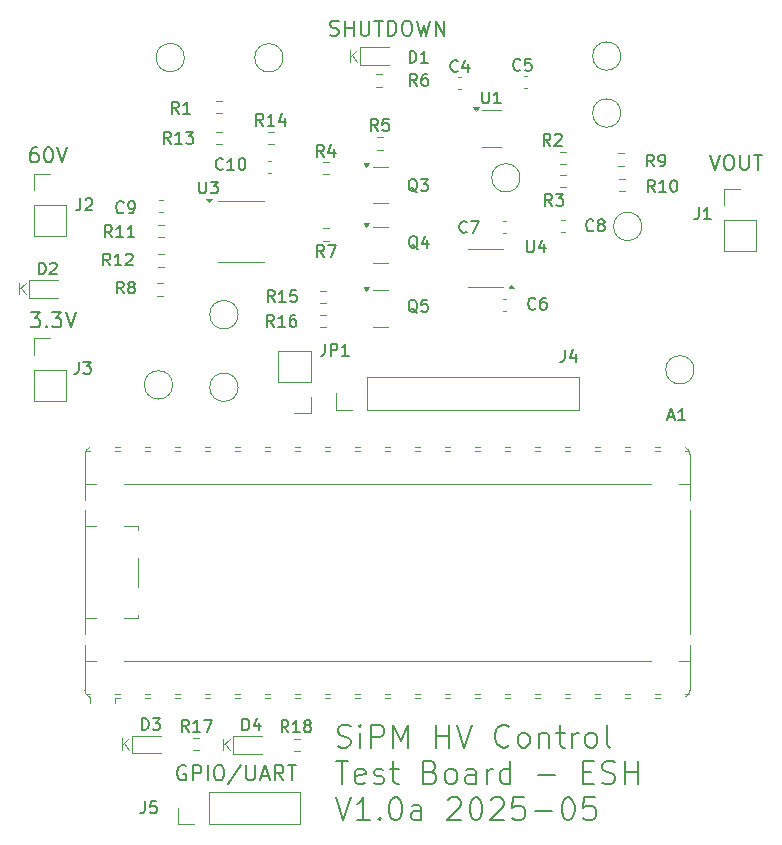
<source format=gbr>
%TF.GenerationSoftware,KiCad,Pcbnew,9.0.2-9.0.2-0~ubuntu24.04.1*%
%TF.CreationDate,2025-05-12T05:48:31-04:00*%
%TF.ProjectId,lt3014-test,6c743330-3134-42d7-9465-73742e6b6963,rev?*%
%TF.SameCoordinates,Original*%
%TF.FileFunction,Legend,Top*%
%TF.FilePolarity,Positive*%
%FSLAX46Y46*%
G04 Gerber Fmt 4.6, Leading zero omitted, Abs format (unit mm)*
G04 Created by KiCad (PCBNEW 9.0.2-9.0.2-0~ubuntu24.04.1) date 2025-05-12 05:48:31*
%MOMM*%
%LPD*%
G01*
G04 APERTURE LIST*
%ADD10C,0.152400*%
%ADD11C,0.203200*%
%ADD12C,0.150000*%
%ADD13C,0.100000*%
%ADD14C,0.120000*%
G04 APERTURE END LIST*
D10*
X97841882Y-107212127D02*
X97720929Y-107151651D01*
X97720929Y-107151651D02*
X97539501Y-107151651D01*
X97539501Y-107151651D02*
X97358072Y-107212127D01*
X97358072Y-107212127D02*
X97237120Y-107333079D01*
X97237120Y-107333079D02*
X97176643Y-107454032D01*
X97176643Y-107454032D02*
X97116167Y-107695936D01*
X97116167Y-107695936D02*
X97116167Y-107877365D01*
X97116167Y-107877365D02*
X97176643Y-108119270D01*
X97176643Y-108119270D02*
X97237120Y-108240222D01*
X97237120Y-108240222D02*
X97358072Y-108361175D01*
X97358072Y-108361175D02*
X97539501Y-108421651D01*
X97539501Y-108421651D02*
X97660453Y-108421651D01*
X97660453Y-108421651D02*
X97841882Y-108361175D01*
X97841882Y-108361175D02*
X97902358Y-108300698D01*
X97902358Y-108300698D02*
X97902358Y-107877365D01*
X97902358Y-107877365D02*
X97660453Y-107877365D01*
X98446643Y-108421651D02*
X98446643Y-107151651D01*
X98446643Y-107151651D02*
X98930453Y-107151651D01*
X98930453Y-107151651D02*
X99051405Y-107212127D01*
X99051405Y-107212127D02*
X99111882Y-107272603D01*
X99111882Y-107272603D02*
X99172358Y-107393555D01*
X99172358Y-107393555D02*
X99172358Y-107574984D01*
X99172358Y-107574984D02*
X99111882Y-107695936D01*
X99111882Y-107695936D02*
X99051405Y-107756413D01*
X99051405Y-107756413D02*
X98930453Y-107816889D01*
X98930453Y-107816889D02*
X98446643Y-107816889D01*
X99716643Y-108421651D02*
X99716643Y-107151651D01*
X100563310Y-107151651D02*
X100805215Y-107151651D01*
X100805215Y-107151651D02*
X100926167Y-107212127D01*
X100926167Y-107212127D02*
X101047120Y-107333079D01*
X101047120Y-107333079D02*
X101107596Y-107574984D01*
X101107596Y-107574984D02*
X101107596Y-107998317D01*
X101107596Y-107998317D02*
X101047120Y-108240222D01*
X101047120Y-108240222D02*
X100926167Y-108361175D01*
X100926167Y-108361175D02*
X100805215Y-108421651D01*
X100805215Y-108421651D02*
X100563310Y-108421651D01*
X100563310Y-108421651D02*
X100442358Y-108361175D01*
X100442358Y-108361175D02*
X100321405Y-108240222D01*
X100321405Y-108240222D02*
X100260929Y-107998317D01*
X100260929Y-107998317D02*
X100260929Y-107574984D01*
X100260929Y-107574984D02*
X100321405Y-107333079D01*
X100321405Y-107333079D02*
X100442358Y-107212127D01*
X100442358Y-107212127D02*
X100563310Y-107151651D01*
X102559024Y-107091175D02*
X101470453Y-108724032D01*
X102982357Y-107151651D02*
X102982357Y-108179746D01*
X102982357Y-108179746D02*
X103042834Y-108300698D01*
X103042834Y-108300698D02*
X103103310Y-108361175D01*
X103103310Y-108361175D02*
X103224262Y-108421651D01*
X103224262Y-108421651D02*
X103466167Y-108421651D01*
X103466167Y-108421651D02*
X103587119Y-108361175D01*
X103587119Y-108361175D02*
X103647596Y-108300698D01*
X103647596Y-108300698D02*
X103708072Y-108179746D01*
X103708072Y-108179746D02*
X103708072Y-107151651D01*
X104252357Y-108058794D02*
X104857119Y-108058794D01*
X104131405Y-108421651D02*
X104554738Y-107151651D01*
X104554738Y-107151651D02*
X104978072Y-108421651D01*
X106127119Y-108421651D02*
X105703785Y-107816889D01*
X105401404Y-108421651D02*
X105401404Y-107151651D01*
X105401404Y-107151651D02*
X105885214Y-107151651D01*
X105885214Y-107151651D02*
X106006166Y-107212127D01*
X106006166Y-107212127D02*
X106066643Y-107272603D01*
X106066643Y-107272603D02*
X106127119Y-107393555D01*
X106127119Y-107393555D02*
X106127119Y-107574984D01*
X106127119Y-107574984D02*
X106066643Y-107695936D01*
X106066643Y-107695936D02*
X106006166Y-107756413D01*
X106006166Y-107756413D02*
X105885214Y-107816889D01*
X105885214Y-107816889D02*
X105401404Y-107816889D01*
X106489976Y-107151651D02*
X107215690Y-107151651D01*
X106852833Y-108421651D02*
X106852833Y-107151651D01*
D11*
X110732541Y-105545697D02*
X111004684Y-105636411D01*
X111004684Y-105636411D02*
X111458255Y-105636411D01*
X111458255Y-105636411D02*
X111639684Y-105545697D01*
X111639684Y-105545697D02*
X111730398Y-105454982D01*
X111730398Y-105454982D02*
X111821112Y-105273554D01*
X111821112Y-105273554D02*
X111821112Y-105092125D01*
X111821112Y-105092125D02*
X111730398Y-104910697D01*
X111730398Y-104910697D02*
X111639684Y-104819982D01*
X111639684Y-104819982D02*
X111458255Y-104729268D01*
X111458255Y-104729268D02*
X111095398Y-104638554D01*
X111095398Y-104638554D02*
X110913969Y-104547839D01*
X110913969Y-104547839D02*
X110823255Y-104457125D01*
X110823255Y-104457125D02*
X110732541Y-104275697D01*
X110732541Y-104275697D02*
X110732541Y-104094268D01*
X110732541Y-104094268D02*
X110823255Y-103912839D01*
X110823255Y-103912839D02*
X110913969Y-103822125D01*
X110913969Y-103822125D02*
X111095398Y-103731411D01*
X111095398Y-103731411D02*
X111548969Y-103731411D01*
X111548969Y-103731411D02*
X111821112Y-103822125D01*
X112637541Y-105636411D02*
X112637541Y-104366411D01*
X112637541Y-103731411D02*
X112546827Y-103822125D01*
X112546827Y-103822125D02*
X112637541Y-103912839D01*
X112637541Y-103912839D02*
X112728255Y-103822125D01*
X112728255Y-103822125D02*
X112637541Y-103731411D01*
X112637541Y-103731411D02*
X112637541Y-103912839D01*
X113544684Y-105636411D02*
X113544684Y-103731411D01*
X113544684Y-103731411D02*
X114270398Y-103731411D01*
X114270398Y-103731411D02*
X114451827Y-103822125D01*
X114451827Y-103822125D02*
X114542541Y-103912839D01*
X114542541Y-103912839D02*
X114633255Y-104094268D01*
X114633255Y-104094268D02*
X114633255Y-104366411D01*
X114633255Y-104366411D02*
X114542541Y-104547839D01*
X114542541Y-104547839D02*
X114451827Y-104638554D01*
X114451827Y-104638554D02*
X114270398Y-104729268D01*
X114270398Y-104729268D02*
X113544684Y-104729268D01*
X115449684Y-105636411D02*
X115449684Y-103731411D01*
X115449684Y-103731411D02*
X116084684Y-105092125D01*
X116084684Y-105092125D02*
X116719684Y-103731411D01*
X116719684Y-103731411D02*
X116719684Y-105636411D01*
X119078256Y-105636411D02*
X119078256Y-103731411D01*
X119078256Y-104638554D02*
X120166827Y-104638554D01*
X120166827Y-105636411D02*
X120166827Y-103731411D01*
X120801827Y-103731411D02*
X121436827Y-105636411D01*
X121436827Y-105636411D02*
X122071827Y-103731411D01*
X125246827Y-105454982D02*
X125156113Y-105545697D01*
X125156113Y-105545697D02*
X124883970Y-105636411D01*
X124883970Y-105636411D02*
X124702542Y-105636411D01*
X124702542Y-105636411D02*
X124430399Y-105545697D01*
X124430399Y-105545697D02*
X124248970Y-105364268D01*
X124248970Y-105364268D02*
X124158256Y-105182839D01*
X124158256Y-105182839D02*
X124067542Y-104819982D01*
X124067542Y-104819982D02*
X124067542Y-104547839D01*
X124067542Y-104547839D02*
X124158256Y-104184982D01*
X124158256Y-104184982D02*
X124248970Y-104003554D01*
X124248970Y-104003554D02*
X124430399Y-103822125D01*
X124430399Y-103822125D02*
X124702542Y-103731411D01*
X124702542Y-103731411D02*
X124883970Y-103731411D01*
X124883970Y-103731411D02*
X125156113Y-103822125D01*
X125156113Y-103822125D02*
X125246827Y-103912839D01*
X126335399Y-105636411D02*
X126153970Y-105545697D01*
X126153970Y-105545697D02*
X126063256Y-105454982D01*
X126063256Y-105454982D02*
X125972542Y-105273554D01*
X125972542Y-105273554D02*
X125972542Y-104729268D01*
X125972542Y-104729268D02*
X126063256Y-104547839D01*
X126063256Y-104547839D02*
X126153970Y-104457125D01*
X126153970Y-104457125D02*
X126335399Y-104366411D01*
X126335399Y-104366411D02*
X126607542Y-104366411D01*
X126607542Y-104366411D02*
X126788970Y-104457125D01*
X126788970Y-104457125D02*
X126879685Y-104547839D01*
X126879685Y-104547839D02*
X126970399Y-104729268D01*
X126970399Y-104729268D02*
X126970399Y-105273554D01*
X126970399Y-105273554D02*
X126879685Y-105454982D01*
X126879685Y-105454982D02*
X126788970Y-105545697D01*
X126788970Y-105545697D02*
X126607542Y-105636411D01*
X126607542Y-105636411D02*
X126335399Y-105636411D01*
X127786827Y-104366411D02*
X127786827Y-105636411D01*
X127786827Y-104547839D02*
X127877541Y-104457125D01*
X127877541Y-104457125D02*
X128058970Y-104366411D01*
X128058970Y-104366411D02*
X128331113Y-104366411D01*
X128331113Y-104366411D02*
X128512541Y-104457125D01*
X128512541Y-104457125D02*
X128603256Y-104638554D01*
X128603256Y-104638554D02*
X128603256Y-105636411D01*
X129238255Y-104366411D02*
X129963969Y-104366411D01*
X129510398Y-103731411D02*
X129510398Y-105364268D01*
X129510398Y-105364268D02*
X129601112Y-105545697D01*
X129601112Y-105545697D02*
X129782541Y-105636411D01*
X129782541Y-105636411D02*
X129963969Y-105636411D01*
X130598969Y-105636411D02*
X130598969Y-104366411D01*
X130598969Y-104729268D02*
X130689683Y-104547839D01*
X130689683Y-104547839D02*
X130780398Y-104457125D01*
X130780398Y-104457125D02*
X130961826Y-104366411D01*
X130961826Y-104366411D02*
X131143255Y-104366411D01*
X132050398Y-105636411D02*
X131868969Y-105545697D01*
X131868969Y-105545697D02*
X131778255Y-105454982D01*
X131778255Y-105454982D02*
X131687541Y-105273554D01*
X131687541Y-105273554D02*
X131687541Y-104729268D01*
X131687541Y-104729268D02*
X131778255Y-104547839D01*
X131778255Y-104547839D02*
X131868969Y-104457125D01*
X131868969Y-104457125D02*
X132050398Y-104366411D01*
X132050398Y-104366411D02*
X132322541Y-104366411D01*
X132322541Y-104366411D02*
X132503969Y-104457125D01*
X132503969Y-104457125D02*
X132594684Y-104547839D01*
X132594684Y-104547839D02*
X132685398Y-104729268D01*
X132685398Y-104729268D02*
X132685398Y-105273554D01*
X132685398Y-105273554D02*
X132594684Y-105454982D01*
X132594684Y-105454982D02*
X132503969Y-105545697D01*
X132503969Y-105545697D02*
X132322541Y-105636411D01*
X132322541Y-105636411D02*
X132050398Y-105636411D01*
X133773969Y-105636411D02*
X133592540Y-105545697D01*
X133592540Y-105545697D02*
X133501826Y-105364268D01*
X133501826Y-105364268D02*
X133501826Y-103731411D01*
X110551112Y-106798354D02*
X111639684Y-106798354D01*
X111095398Y-108703354D02*
X111095398Y-106798354D01*
X113000398Y-108612640D02*
X112818970Y-108703354D01*
X112818970Y-108703354D02*
X112456113Y-108703354D01*
X112456113Y-108703354D02*
X112274684Y-108612640D01*
X112274684Y-108612640D02*
X112183970Y-108431211D01*
X112183970Y-108431211D02*
X112183970Y-107705497D01*
X112183970Y-107705497D02*
X112274684Y-107524068D01*
X112274684Y-107524068D02*
X112456113Y-107433354D01*
X112456113Y-107433354D02*
X112818970Y-107433354D01*
X112818970Y-107433354D02*
X113000398Y-107524068D01*
X113000398Y-107524068D02*
X113091113Y-107705497D01*
X113091113Y-107705497D02*
X113091113Y-107886925D01*
X113091113Y-107886925D02*
X112183970Y-108068354D01*
X113816827Y-108612640D02*
X113998255Y-108703354D01*
X113998255Y-108703354D02*
X114361112Y-108703354D01*
X114361112Y-108703354D02*
X114542541Y-108612640D01*
X114542541Y-108612640D02*
X114633255Y-108431211D01*
X114633255Y-108431211D02*
X114633255Y-108340497D01*
X114633255Y-108340497D02*
X114542541Y-108159068D01*
X114542541Y-108159068D02*
X114361112Y-108068354D01*
X114361112Y-108068354D02*
X114088970Y-108068354D01*
X114088970Y-108068354D02*
X113907541Y-107977640D01*
X113907541Y-107977640D02*
X113816827Y-107796211D01*
X113816827Y-107796211D02*
X113816827Y-107705497D01*
X113816827Y-107705497D02*
X113907541Y-107524068D01*
X113907541Y-107524068D02*
X114088970Y-107433354D01*
X114088970Y-107433354D02*
X114361112Y-107433354D01*
X114361112Y-107433354D02*
X114542541Y-107524068D01*
X115177541Y-107433354D02*
X115903255Y-107433354D01*
X115449684Y-106798354D02*
X115449684Y-108431211D01*
X115449684Y-108431211D02*
X115540398Y-108612640D01*
X115540398Y-108612640D02*
X115721827Y-108703354D01*
X115721827Y-108703354D02*
X115903255Y-108703354D01*
X118624684Y-107705497D02*
X118896827Y-107796211D01*
X118896827Y-107796211D02*
X118987541Y-107886925D01*
X118987541Y-107886925D02*
X119078255Y-108068354D01*
X119078255Y-108068354D02*
X119078255Y-108340497D01*
X119078255Y-108340497D02*
X118987541Y-108521925D01*
X118987541Y-108521925D02*
X118896827Y-108612640D01*
X118896827Y-108612640D02*
X118715398Y-108703354D01*
X118715398Y-108703354D02*
X117989684Y-108703354D01*
X117989684Y-108703354D02*
X117989684Y-106798354D01*
X117989684Y-106798354D02*
X118624684Y-106798354D01*
X118624684Y-106798354D02*
X118806113Y-106889068D01*
X118806113Y-106889068D02*
X118896827Y-106979782D01*
X118896827Y-106979782D02*
X118987541Y-107161211D01*
X118987541Y-107161211D02*
X118987541Y-107342640D01*
X118987541Y-107342640D02*
X118896827Y-107524068D01*
X118896827Y-107524068D02*
X118806113Y-107614782D01*
X118806113Y-107614782D02*
X118624684Y-107705497D01*
X118624684Y-107705497D02*
X117989684Y-107705497D01*
X120166827Y-108703354D02*
X119985398Y-108612640D01*
X119985398Y-108612640D02*
X119894684Y-108521925D01*
X119894684Y-108521925D02*
X119803970Y-108340497D01*
X119803970Y-108340497D02*
X119803970Y-107796211D01*
X119803970Y-107796211D02*
X119894684Y-107614782D01*
X119894684Y-107614782D02*
X119985398Y-107524068D01*
X119985398Y-107524068D02*
X120166827Y-107433354D01*
X120166827Y-107433354D02*
X120438970Y-107433354D01*
X120438970Y-107433354D02*
X120620398Y-107524068D01*
X120620398Y-107524068D02*
X120711113Y-107614782D01*
X120711113Y-107614782D02*
X120801827Y-107796211D01*
X120801827Y-107796211D02*
X120801827Y-108340497D01*
X120801827Y-108340497D02*
X120711113Y-108521925D01*
X120711113Y-108521925D02*
X120620398Y-108612640D01*
X120620398Y-108612640D02*
X120438970Y-108703354D01*
X120438970Y-108703354D02*
X120166827Y-108703354D01*
X122434684Y-108703354D02*
X122434684Y-107705497D01*
X122434684Y-107705497D02*
X122343969Y-107524068D01*
X122343969Y-107524068D02*
X122162541Y-107433354D01*
X122162541Y-107433354D02*
X121799684Y-107433354D01*
X121799684Y-107433354D02*
X121618255Y-107524068D01*
X122434684Y-108612640D02*
X122253255Y-108703354D01*
X122253255Y-108703354D02*
X121799684Y-108703354D01*
X121799684Y-108703354D02*
X121618255Y-108612640D01*
X121618255Y-108612640D02*
X121527541Y-108431211D01*
X121527541Y-108431211D02*
X121527541Y-108249782D01*
X121527541Y-108249782D02*
X121618255Y-108068354D01*
X121618255Y-108068354D02*
X121799684Y-107977640D01*
X121799684Y-107977640D02*
X122253255Y-107977640D01*
X122253255Y-107977640D02*
X122434684Y-107886925D01*
X123341826Y-108703354D02*
X123341826Y-107433354D01*
X123341826Y-107796211D02*
X123432540Y-107614782D01*
X123432540Y-107614782D02*
X123523255Y-107524068D01*
X123523255Y-107524068D02*
X123704683Y-107433354D01*
X123704683Y-107433354D02*
X123886112Y-107433354D01*
X125337541Y-108703354D02*
X125337541Y-106798354D01*
X125337541Y-108612640D02*
X125156112Y-108703354D01*
X125156112Y-108703354D02*
X124793255Y-108703354D01*
X124793255Y-108703354D02*
X124611826Y-108612640D01*
X124611826Y-108612640D02*
X124521112Y-108521925D01*
X124521112Y-108521925D02*
X124430398Y-108340497D01*
X124430398Y-108340497D02*
X124430398Y-107796211D01*
X124430398Y-107796211D02*
X124521112Y-107614782D01*
X124521112Y-107614782D02*
X124611826Y-107524068D01*
X124611826Y-107524068D02*
X124793255Y-107433354D01*
X124793255Y-107433354D02*
X125156112Y-107433354D01*
X125156112Y-107433354D02*
X125337541Y-107524068D01*
X127696112Y-107977640D02*
X129147541Y-107977640D01*
X131506112Y-107705497D02*
X132141112Y-107705497D01*
X132413255Y-108703354D02*
X131506112Y-108703354D01*
X131506112Y-108703354D02*
X131506112Y-106798354D01*
X131506112Y-106798354D02*
X132413255Y-106798354D01*
X133138969Y-108612640D02*
X133411112Y-108703354D01*
X133411112Y-108703354D02*
X133864683Y-108703354D01*
X133864683Y-108703354D02*
X134046112Y-108612640D01*
X134046112Y-108612640D02*
X134136826Y-108521925D01*
X134136826Y-108521925D02*
X134227540Y-108340497D01*
X134227540Y-108340497D02*
X134227540Y-108159068D01*
X134227540Y-108159068D02*
X134136826Y-107977640D01*
X134136826Y-107977640D02*
X134046112Y-107886925D01*
X134046112Y-107886925D02*
X133864683Y-107796211D01*
X133864683Y-107796211D02*
X133501826Y-107705497D01*
X133501826Y-107705497D02*
X133320397Y-107614782D01*
X133320397Y-107614782D02*
X133229683Y-107524068D01*
X133229683Y-107524068D02*
X133138969Y-107342640D01*
X133138969Y-107342640D02*
X133138969Y-107161211D01*
X133138969Y-107161211D02*
X133229683Y-106979782D01*
X133229683Y-106979782D02*
X133320397Y-106889068D01*
X133320397Y-106889068D02*
X133501826Y-106798354D01*
X133501826Y-106798354D02*
X133955397Y-106798354D01*
X133955397Y-106798354D02*
X134227540Y-106889068D01*
X135043969Y-108703354D02*
X135043969Y-106798354D01*
X135043969Y-107705497D02*
X136132540Y-107705497D01*
X136132540Y-108703354D02*
X136132540Y-106798354D01*
X110551112Y-109865297D02*
X111186112Y-111770297D01*
X111186112Y-111770297D02*
X111821112Y-109865297D01*
X113453969Y-111770297D02*
X112365398Y-111770297D01*
X112909683Y-111770297D02*
X112909683Y-109865297D01*
X112909683Y-109865297D02*
X112728255Y-110137440D01*
X112728255Y-110137440D02*
X112546826Y-110318868D01*
X112546826Y-110318868D02*
X112365398Y-110409583D01*
X114270398Y-111588868D02*
X114361112Y-111679583D01*
X114361112Y-111679583D02*
X114270398Y-111770297D01*
X114270398Y-111770297D02*
X114179684Y-111679583D01*
X114179684Y-111679583D02*
X114270398Y-111588868D01*
X114270398Y-111588868D02*
X114270398Y-111770297D01*
X115540398Y-109865297D02*
X115721827Y-109865297D01*
X115721827Y-109865297D02*
X115903255Y-109956011D01*
X115903255Y-109956011D02*
X115993970Y-110046725D01*
X115993970Y-110046725D02*
X116084684Y-110228154D01*
X116084684Y-110228154D02*
X116175398Y-110591011D01*
X116175398Y-110591011D02*
X116175398Y-111044583D01*
X116175398Y-111044583D02*
X116084684Y-111407440D01*
X116084684Y-111407440D02*
X115993970Y-111588868D01*
X115993970Y-111588868D02*
X115903255Y-111679583D01*
X115903255Y-111679583D02*
X115721827Y-111770297D01*
X115721827Y-111770297D02*
X115540398Y-111770297D01*
X115540398Y-111770297D02*
X115358970Y-111679583D01*
X115358970Y-111679583D02*
X115268255Y-111588868D01*
X115268255Y-111588868D02*
X115177541Y-111407440D01*
X115177541Y-111407440D02*
X115086827Y-111044583D01*
X115086827Y-111044583D02*
X115086827Y-110591011D01*
X115086827Y-110591011D02*
X115177541Y-110228154D01*
X115177541Y-110228154D02*
X115268255Y-110046725D01*
X115268255Y-110046725D02*
X115358970Y-109956011D01*
X115358970Y-109956011D02*
X115540398Y-109865297D01*
X117808256Y-111770297D02*
X117808256Y-110772440D01*
X117808256Y-110772440D02*
X117717541Y-110591011D01*
X117717541Y-110591011D02*
X117536113Y-110500297D01*
X117536113Y-110500297D02*
X117173256Y-110500297D01*
X117173256Y-110500297D02*
X116991827Y-110591011D01*
X117808256Y-111679583D02*
X117626827Y-111770297D01*
X117626827Y-111770297D02*
X117173256Y-111770297D01*
X117173256Y-111770297D02*
X116991827Y-111679583D01*
X116991827Y-111679583D02*
X116901113Y-111498154D01*
X116901113Y-111498154D02*
X116901113Y-111316725D01*
X116901113Y-111316725D02*
X116991827Y-111135297D01*
X116991827Y-111135297D02*
X117173256Y-111044583D01*
X117173256Y-111044583D02*
X117626827Y-111044583D01*
X117626827Y-111044583D02*
X117808256Y-110953868D01*
X120076113Y-110046725D02*
X120166827Y-109956011D01*
X120166827Y-109956011D02*
X120348256Y-109865297D01*
X120348256Y-109865297D02*
X120801827Y-109865297D01*
X120801827Y-109865297D02*
X120983256Y-109956011D01*
X120983256Y-109956011D02*
X121073970Y-110046725D01*
X121073970Y-110046725D02*
X121164684Y-110228154D01*
X121164684Y-110228154D02*
X121164684Y-110409583D01*
X121164684Y-110409583D02*
X121073970Y-110681725D01*
X121073970Y-110681725D02*
X119985398Y-111770297D01*
X119985398Y-111770297D02*
X121164684Y-111770297D01*
X122343970Y-109865297D02*
X122525399Y-109865297D01*
X122525399Y-109865297D02*
X122706827Y-109956011D01*
X122706827Y-109956011D02*
X122797542Y-110046725D01*
X122797542Y-110046725D02*
X122888256Y-110228154D01*
X122888256Y-110228154D02*
X122978970Y-110591011D01*
X122978970Y-110591011D02*
X122978970Y-111044583D01*
X122978970Y-111044583D02*
X122888256Y-111407440D01*
X122888256Y-111407440D02*
X122797542Y-111588868D01*
X122797542Y-111588868D02*
X122706827Y-111679583D01*
X122706827Y-111679583D02*
X122525399Y-111770297D01*
X122525399Y-111770297D02*
X122343970Y-111770297D01*
X122343970Y-111770297D02*
X122162542Y-111679583D01*
X122162542Y-111679583D02*
X122071827Y-111588868D01*
X122071827Y-111588868D02*
X121981113Y-111407440D01*
X121981113Y-111407440D02*
X121890399Y-111044583D01*
X121890399Y-111044583D02*
X121890399Y-110591011D01*
X121890399Y-110591011D02*
X121981113Y-110228154D01*
X121981113Y-110228154D02*
X122071827Y-110046725D01*
X122071827Y-110046725D02*
X122162542Y-109956011D01*
X122162542Y-109956011D02*
X122343970Y-109865297D01*
X123704685Y-110046725D02*
X123795399Y-109956011D01*
X123795399Y-109956011D02*
X123976828Y-109865297D01*
X123976828Y-109865297D02*
X124430399Y-109865297D01*
X124430399Y-109865297D02*
X124611828Y-109956011D01*
X124611828Y-109956011D02*
X124702542Y-110046725D01*
X124702542Y-110046725D02*
X124793256Y-110228154D01*
X124793256Y-110228154D02*
X124793256Y-110409583D01*
X124793256Y-110409583D02*
X124702542Y-110681725D01*
X124702542Y-110681725D02*
X123613970Y-111770297D01*
X123613970Y-111770297D02*
X124793256Y-111770297D01*
X126516828Y-109865297D02*
X125609685Y-109865297D01*
X125609685Y-109865297D02*
X125518971Y-110772440D01*
X125518971Y-110772440D02*
X125609685Y-110681725D01*
X125609685Y-110681725D02*
X125791114Y-110591011D01*
X125791114Y-110591011D02*
X126244685Y-110591011D01*
X126244685Y-110591011D02*
X126426114Y-110681725D01*
X126426114Y-110681725D02*
X126516828Y-110772440D01*
X126516828Y-110772440D02*
X126607542Y-110953868D01*
X126607542Y-110953868D02*
X126607542Y-111407440D01*
X126607542Y-111407440D02*
X126516828Y-111588868D01*
X126516828Y-111588868D02*
X126426114Y-111679583D01*
X126426114Y-111679583D02*
X126244685Y-111770297D01*
X126244685Y-111770297D02*
X125791114Y-111770297D01*
X125791114Y-111770297D02*
X125609685Y-111679583D01*
X125609685Y-111679583D02*
X125518971Y-111588868D01*
X127423971Y-111044583D02*
X128875400Y-111044583D01*
X130145399Y-109865297D02*
X130326828Y-109865297D01*
X130326828Y-109865297D02*
X130508256Y-109956011D01*
X130508256Y-109956011D02*
X130598971Y-110046725D01*
X130598971Y-110046725D02*
X130689685Y-110228154D01*
X130689685Y-110228154D02*
X130780399Y-110591011D01*
X130780399Y-110591011D02*
X130780399Y-111044583D01*
X130780399Y-111044583D02*
X130689685Y-111407440D01*
X130689685Y-111407440D02*
X130598971Y-111588868D01*
X130598971Y-111588868D02*
X130508256Y-111679583D01*
X130508256Y-111679583D02*
X130326828Y-111770297D01*
X130326828Y-111770297D02*
X130145399Y-111770297D01*
X130145399Y-111770297D02*
X129963971Y-111679583D01*
X129963971Y-111679583D02*
X129873256Y-111588868D01*
X129873256Y-111588868D02*
X129782542Y-111407440D01*
X129782542Y-111407440D02*
X129691828Y-111044583D01*
X129691828Y-111044583D02*
X129691828Y-110591011D01*
X129691828Y-110591011D02*
X129782542Y-110228154D01*
X129782542Y-110228154D02*
X129873256Y-110046725D01*
X129873256Y-110046725D02*
X129963971Y-109956011D01*
X129963971Y-109956011D02*
X130145399Y-109865297D01*
X132503971Y-109865297D02*
X131596828Y-109865297D01*
X131596828Y-109865297D02*
X131506114Y-110772440D01*
X131506114Y-110772440D02*
X131596828Y-110681725D01*
X131596828Y-110681725D02*
X131778257Y-110591011D01*
X131778257Y-110591011D02*
X132231828Y-110591011D01*
X132231828Y-110591011D02*
X132413257Y-110681725D01*
X132413257Y-110681725D02*
X132503971Y-110772440D01*
X132503971Y-110772440D02*
X132594685Y-110953868D01*
X132594685Y-110953868D02*
X132594685Y-111407440D01*
X132594685Y-111407440D02*
X132503971Y-111588868D01*
X132503971Y-111588868D02*
X132413257Y-111679583D01*
X132413257Y-111679583D02*
X132231828Y-111770297D01*
X132231828Y-111770297D02*
X131778257Y-111770297D01*
X131778257Y-111770297D02*
X131596828Y-111679583D01*
X131596828Y-111679583D02*
X131506114Y-111588868D01*
D10*
X84736691Y-68797651D02*
X85522882Y-68797651D01*
X85522882Y-68797651D02*
X85099548Y-69281460D01*
X85099548Y-69281460D02*
X85280977Y-69281460D01*
X85280977Y-69281460D02*
X85401929Y-69341936D01*
X85401929Y-69341936D02*
X85462405Y-69402413D01*
X85462405Y-69402413D02*
X85522882Y-69523365D01*
X85522882Y-69523365D02*
X85522882Y-69825746D01*
X85522882Y-69825746D02*
X85462405Y-69946698D01*
X85462405Y-69946698D02*
X85401929Y-70007175D01*
X85401929Y-70007175D02*
X85280977Y-70067651D01*
X85280977Y-70067651D02*
X84918120Y-70067651D01*
X84918120Y-70067651D02*
X84797167Y-70007175D01*
X84797167Y-70007175D02*
X84736691Y-69946698D01*
X86067167Y-69946698D02*
X86127644Y-70007175D01*
X86127644Y-70007175D02*
X86067167Y-70067651D01*
X86067167Y-70067651D02*
X86006691Y-70007175D01*
X86006691Y-70007175D02*
X86067167Y-69946698D01*
X86067167Y-69946698D02*
X86067167Y-70067651D01*
X86550977Y-68797651D02*
X87337168Y-68797651D01*
X87337168Y-68797651D02*
X86913834Y-69281460D01*
X86913834Y-69281460D02*
X87095263Y-69281460D01*
X87095263Y-69281460D02*
X87216215Y-69341936D01*
X87216215Y-69341936D02*
X87276691Y-69402413D01*
X87276691Y-69402413D02*
X87337168Y-69523365D01*
X87337168Y-69523365D02*
X87337168Y-69825746D01*
X87337168Y-69825746D02*
X87276691Y-69946698D01*
X87276691Y-69946698D02*
X87216215Y-70007175D01*
X87216215Y-70007175D02*
X87095263Y-70067651D01*
X87095263Y-70067651D02*
X86732406Y-70067651D01*
X86732406Y-70067651D02*
X86611453Y-70007175D01*
X86611453Y-70007175D02*
X86550977Y-69946698D01*
X87700025Y-68797651D02*
X88123358Y-70067651D01*
X88123358Y-70067651D02*
X88546692Y-68797651D01*
X110070167Y-45292975D02*
X110251596Y-45353451D01*
X110251596Y-45353451D02*
X110553977Y-45353451D01*
X110553977Y-45353451D02*
X110674929Y-45292975D01*
X110674929Y-45292975D02*
X110735405Y-45232498D01*
X110735405Y-45232498D02*
X110795882Y-45111546D01*
X110795882Y-45111546D02*
X110795882Y-44990594D01*
X110795882Y-44990594D02*
X110735405Y-44869641D01*
X110735405Y-44869641D02*
X110674929Y-44809165D01*
X110674929Y-44809165D02*
X110553977Y-44748689D01*
X110553977Y-44748689D02*
X110312072Y-44688213D01*
X110312072Y-44688213D02*
X110191120Y-44627736D01*
X110191120Y-44627736D02*
X110130643Y-44567260D01*
X110130643Y-44567260D02*
X110070167Y-44446308D01*
X110070167Y-44446308D02*
X110070167Y-44325355D01*
X110070167Y-44325355D02*
X110130643Y-44204403D01*
X110130643Y-44204403D02*
X110191120Y-44143927D01*
X110191120Y-44143927D02*
X110312072Y-44083451D01*
X110312072Y-44083451D02*
X110614453Y-44083451D01*
X110614453Y-44083451D02*
X110795882Y-44143927D01*
X111340167Y-45353451D02*
X111340167Y-44083451D01*
X111340167Y-44688213D02*
X112065882Y-44688213D01*
X112065882Y-45353451D02*
X112065882Y-44083451D01*
X112670643Y-44083451D02*
X112670643Y-45111546D01*
X112670643Y-45111546D02*
X112731120Y-45232498D01*
X112731120Y-45232498D02*
X112791596Y-45292975D01*
X112791596Y-45292975D02*
X112912548Y-45353451D01*
X112912548Y-45353451D02*
X113154453Y-45353451D01*
X113154453Y-45353451D02*
X113275405Y-45292975D01*
X113275405Y-45292975D02*
X113335882Y-45232498D01*
X113335882Y-45232498D02*
X113396358Y-45111546D01*
X113396358Y-45111546D02*
X113396358Y-44083451D01*
X113819691Y-44083451D02*
X114545405Y-44083451D01*
X114182548Y-45353451D02*
X114182548Y-44083451D01*
X114968738Y-45353451D02*
X114968738Y-44083451D01*
X114968738Y-44083451D02*
X115271119Y-44083451D01*
X115271119Y-44083451D02*
X115452548Y-44143927D01*
X115452548Y-44143927D02*
X115573500Y-44264879D01*
X115573500Y-44264879D02*
X115633977Y-44385832D01*
X115633977Y-44385832D02*
X115694453Y-44627736D01*
X115694453Y-44627736D02*
X115694453Y-44809165D01*
X115694453Y-44809165D02*
X115633977Y-45051070D01*
X115633977Y-45051070D02*
X115573500Y-45172022D01*
X115573500Y-45172022D02*
X115452548Y-45292975D01*
X115452548Y-45292975D02*
X115271119Y-45353451D01*
X115271119Y-45353451D02*
X114968738Y-45353451D01*
X116480643Y-44083451D02*
X116722548Y-44083451D01*
X116722548Y-44083451D02*
X116843500Y-44143927D01*
X116843500Y-44143927D02*
X116964453Y-44264879D01*
X116964453Y-44264879D02*
X117024929Y-44506784D01*
X117024929Y-44506784D02*
X117024929Y-44930117D01*
X117024929Y-44930117D02*
X116964453Y-45172022D01*
X116964453Y-45172022D02*
X116843500Y-45292975D01*
X116843500Y-45292975D02*
X116722548Y-45353451D01*
X116722548Y-45353451D02*
X116480643Y-45353451D01*
X116480643Y-45353451D02*
X116359691Y-45292975D01*
X116359691Y-45292975D02*
X116238738Y-45172022D01*
X116238738Y-45172022D02*
X116178262Y-44930117D01*
X116178262Y-44930117D02*
X116178262Y-44506784D01*
X116178262Y-44506784D02*
X116238738Y-44264879D01*
X116238738Y-44264879D02*
X116359691Y-44143927D01*
X116359691Y-44143927D02*
X116480643Y-44083451D01*
X117448262Y-44083451D02*
X117750643Y-45353451D01*
X117750643Y-45353451D02*
X117992548Y-44446308D01*
X117992548Y-44446308D02*
X118234453Y-45353451D01*
X118234453Y-45353451D02*
X118536834Y-44083451D01*
X119020643Y-45353451D02*
X119020643Y-44083451D01*
X119020643Y-44083451D02*
X119746358Y-45353451D01*
X119746358Y-45353451D02*
X119746358Y-44083451D01*
X142207215Y-55462651D02*
X142630548Y-56732651D01*
X142630548Y-56732651D02*
X143053882Y-55462651D01*
X143719119Y-55462651D02*
X143961024Y-55462651D01*
X143961024Y-55462651D02*
X144081976Y-55523127D01*
X144081976Y-55523127D02*
X144202929Y-55644079D01*
X144202929Y-55644079D02*
X144263405Y-55885984D01*
X144263405Y-55885984D02*
X144263405Y-56309317D01*
X144263405Y-56309317D02*
X144202929Y-56551222D01*
X144202929Y-56551222D02*
X144081976Y-56672175D01*
X144081976Y-56672175D02*
X143961024Y-56732651D01*
X143961024Y-56732651D02*
X143719119Y-56732651D01*
X143719119Y-56732651D02*
X143598167Y-56672175D01*
X143598167Y-56672175D02*
X143477214Y-56551222D01*
X143477214Y-56551222D02*
X143416738Y-56309317D01*
X143416738Y-56309317D02*
X143416738Y-55885984D01*
X143416738Y-55885984D02*
X143477214Y-55644079D01*
X143477214Y-55644079D02*
X143598167Y-55523127D01*
X143598167Y-55523127D02*
X143719119Y-55462651D01*
X144807690Y-55462651D02*
X144807690Y-56490746D01*
X144807690Y-56490746D02*
X144868167Y-56611698D01*
X144868167Y-56611698D02*
X144928643Y-56672175D01*
X144928643Y-56672175D02*
X145049595Y-56732651D01*
X145049595Y-56732651D02*
X145291500Y-56732651D01*
X145291500Y-56732651D02*
X145412452Y-56672175D01*
X145412452Y-56672175D02*
X145472929Y-56611698D01*
X145472929Y-56611698D02*
X145533405Y-56490746D01*
X145533405Y-56490746D02*
X145533405Y-55462651D01*
X145956738Y-55462651D02*
X146682452Y-55462651D01*
X146319595Y-56732651D02*
X146319595Y-55462651D01*
X85274929Y-54832651D02*
X85033024Y-54832651D01*
X85033024Y-54832651D02*
X84912072Y-54893127D01*
X84912072Y-54893127D02*
X84851596Y-54953603D01*
X84851596Y-54953603D02*
X84730643Y-55135032D01*
X84730643Y-55135032D02*
X84670167Y-55376936D01*
X84670167Y-55376936D02*
X84670167Y-55860746D01*
X84670167Y-55860746D02*
X84730643Y-55981698D01*
X84730643Y-55981698D02*
X84791120Y-56042175D01*
X84791120Y-56042175D02*
X84912072Y-56102651D01*
X84912072Y-56102651D02*
X85153977Y-56102651D01*
X85153977Y-56102651D02*
X85274929Y-56042175D01*
X85274929Y-56042175D02*
X85335405Y-55981698D01*
X85335405Y-55981698D02*
X85395882Y-55860746D01*
X85395882Y-55860746D02*
X85395882Y-55558365D01*
X85395882Y-55558365D02*
X85335405Y-55437413D01*
X85335405Y-55437413D02*
X85274929Y-55376936D01*
X85274929Y-55376936D02*
X85153977Y-55316460D01*
X85153977Y-55316460D02*
X84912072Y-55316460D01*
X84912072Y-55316460D02*
X84791120Y-55376936D01*
X84791120Y-55376936D02*
X84730643Y-55437413D01*
X84730643Y-55437413D02*
X84670167Y-55558365D01*
X86182072Y-54832651D02*
X86303025Y-54832651D01*
X86303025Y-54832651D02*
X86423977Y-54893127D01*
X86423977Y-54893127D02*
X86484453Y-54953603D01*
X86484453Y-54953603D02*
X86544929Y-55074555D01*
X86544929Y-55074555D02*
X86605406Y-55316460D01*
X86605406Y-55316460D02*
X86605406Y-55618841D01*
X86605406Y-55618841D02*
X86544929Y-55860746D01*
X86544929Y-55860746D02*
X86484453Y-55981698D01*
X86484453Y-55981698D02*
X86423977Y-56042175D01*
X86423977Y-56042175D02*
X86303025Y-56102651D01*
X86303025Y-56102651D02*
X86182072Y-56102651D01*
X86182072Y-56102651D02*
X86061120Y-56042175D01*
X86061120Y-56042175D02*
X86000644Y-55981698D01*
X86000644Y-55981698D02*
X85940167Y-55860746D01*
X85940167Y-55860746D02*
X85879691Y-55618841D01*
X85879691Y-55618841D02*
X85879691Y-55316460D01*
X85879691Y-55316460D02*
X85940167Y-55074555D01*
X85940167Y-55074555D02*
X86000644Y-54953603D01*
X86000644Y-54953603D02*
X86061120Y-54893127D01*
X86061120Y-54893127D02*
X86182072Y-54832651D01*
X86968263Y-54832651D02*
X87391596Y-56102651D01*
X87391596Y-56102651D02*
X87814930Y-54832651D01*
D12*
X117455961Y-68825257D02*
X117360723Y-68777638D01*
X117360723Y-68777638D02*
X117265485Y-68682400D01*
X117265485Y-68682400D02*
X117122628Y-68539542D01*
X117122628Y-68539542D02*
X117027390Y-68491923D01*
X117027390Y-68491923D02*
X116932152Y-68491923D01*
X116979771Y-68730019D02*
X116884533Y-68682400D01*
X116884533Y-68682400D02*
X116789295Y-68587161D01*
X116789295Y-68587161D02*
X116741676Y-68396685D01*
X116741676Y-68396685D02*
X116741676Y-68063352D01*
X116741676Y-68063352D02*
X116789295Y-67872876D01*
X116789295Y-67872876D02*
X116884533Y-67777638D01*
X116884533Y-67777638D02*
X116979771Y-67730019D01*
X116979771Y-67730019D02*
X117170247Y-67730019D01*
X117170247Y-67730019D02*
X117265485Y-67777638D01*
X117265485Y-67777638D02*
X117360723Y-67872876D01*
X117360723Y-67872876D02*
X117408342Y-68063352D01*
X117408342Y-68063352D02*
X117408342Y-68396685D01*
X117408342Y-68396685D02*
X117360723Y-68587161D01*
X117360723Y-68587161D02*
X117265485Y-68682400D01*
X117265485Y-68682400D02*
X117170247Y-68730019D01*
X117170247Y-68730019D02*
X116979771Y-68730019D01*
X118313104Y-67730019D02*
X117836914Y-67730019D01*
X117836914Y-67730019D02*
X117789295Y-68206209D01*
X117789295Y-68206209D02*
X117836914Y-68158590D01*
X117836914Y-68158590D02*
X117932152Y-68110971D01*
X117932152Y-68110971D02*
X118170247Y-68110971D01*
X118170247Y-68110971D02*
X118265485Y-68158590D01*
X118265485Y-68158590D02*
X118313104Y-68206209D01*
X118313104Y-68206209D02*
X118360723Y-68301447D01*
X118360723Y-68301447D02*
X118360723Y-68539542D01*
X118360723Y-68539542D02*
X118313104Y-68634780D01*
X118313104Y-68634780D02*
X118265485Y-68682400D01*
X118265485Y-68682400D02*
X118170247Y-68730019D01*
X118170247Y-68730019D02*
X117932152Y-68730019D01*
X117932152Y-68730019D02*
X117836914Y-68682400D01*
X117836914Y-68682400D02*
X117789295Y-68634780D01*
X132370533Y-61827580D02*
X132322914Y-61875200D01*
X132322914Y-61875200D02*
X132180057Y-61922819D01*
X132180057Y-61922819D02*
X132084819Y-61922819D01*
X132084819Y-61922819D02*
X131941962Y-61875200D01*
X131941962Y-61875200D02*
X131846724Y-61779961D01*
X131846724Y-61779961D02*
X131799105Y-61684723D01*
X131799105Y-61684723D02*
X131751486Y-61494247D01*
X131751486Y-61494247D02*
X131751486Y-61351390D01*
X131751486Y-61351390D02*
X131799105Y-61160914D01*
X131799105Y-61160914D02*
X131846724Y-61065676D01*
X131846724Y-61065676D02*
X131941962Y-60970438D01*
X131941962Y-60970438D02*
X132084819Y-60922819D01*
X132084819Y-60922819D02*
X132180057Y-60922819D01*
X132180057Y-60922819D02*
X132322914Y-60970438D01*
X132322914Y-60970438D02*
X132370533Y-61018057D01*
X132941962Y-61351390D02*
X132846724Y-61303771D01*
X132846724Y-61303771D02*
X132799105Y-61256152D01*
X132799105Y-61256152D02*
X132751486Y-61160914D01*
X132751486Y-61160914D02*
X132751486Y-61113295D01*
X132751486Y-61113295D02*
X132799105Y-61018057D01*
X132799105Y-61018057D02*
X132846724Y-60970438D01*
X132846724Y-60970438D02*
X132941962Y-60922819D01*
X132941962Y-60922819D02*
X133132438Y-60922819D01*
X133132438Y-60922819D02*
X133227676Y-60970438D01*
X133227676Y-60970438D02*
X133275295Y-61018057D01*
X133275295Y-61018057D02*
X133322914Y-61113295D01*
X133322914Y-61113295D02*
X133322914Y-61160914D01*
X133322914Y-61160914D02*
X133275295Y-61256152D01*
X133275295Y-61256152D02*
X133227676Y-61303771D01*
X133227676Y-61303771D02*
X133132438Y-61351390D01*
X133132438Y-61351390D02*
X132941962Y-61351390D01*
X132941962Y-61351390D02*
X132846724Y-61399009D01*
X132846724Y-61399009D02*
X132799105Y-61446628D01*
X132799105Y-61446628D02*
X132751486Y-61541866D01*
X132751486Y-61541866D02*
X132751486Y-61732342D01*
X132751486Y-61732342D02*
X132799105Y-61827580D01*
X132799105Y-61827580D02*
X132846724Y-61875200D01*
X132846724Y-61875200D02*
X132941962Y-61922819D01*
X132941962Y-61922819D02*
X133132438Y-61922819D01*
X133132438Y-61922819D02*
X133227676Y-61875200D01*
X133227676Y-61875200D02*
X133275295Y-61827580D01*
X133275295Y-61827580D02*
X133322914Y-61732342D01*
X133322914Y-61732342D02*
X133322914Y-61541866D01*
X133322914Y-61541866D02*
X133275295Y-61446628D01*
X133275295Y-61446628D02*
X133227676Y-61399009D01*
X133227676Y-61399009D02*
X133132438Y-61351390D01*
X104415742Y-52982019D02*
X104082409Y-52505828D01*
X103844314Y-52982019D02*
X103844314Y-51982019D01*
X103844314Y-51982019D02*
X104225266Y-51982019D01*
X104225266Y-51982019D02*
X104320504Y-52029638D01*
X104320504Y-52029638D02*
X104368123Y-52077257D01*
X104368123Y-52077257D02*
X104415742Y-52172495D01*
X104415742Y-52172495D02*
X104415742Y-52315352D01*
X104415742Y-52315352D02*
X104368123Y-52410590D01*
X104368123Y-52410590D02*
X104320504Y-52458209D01*
X104320504Y-52458209D02*
X104225266Y-52505828D01*
X104225266Y-52505828D02*
X103844314Y-52505828D01*
X105368123Y-52982019D02*
X104796695Y-52982019D01*
X105082409Y-52982019D02*
X105082409Y-51982019D01*
X105082409Y-51982019D02*
X104987171Y-52124876D01*
X104987171Y-52124876D02*
X104891933Y-52220114D01*
X104891933Y-52220114D02*
X104796695Y-52267733D01*
X106225266Y-52315352D02*
X106225266Y-52982019D01*
X105987171Y-51934400D02*
X105749076Y-52648685D01*
X105749076Y-52648685D02*
X106368123Y-52648685D01*
X137505533Y-56436419D02*
X137172200Y-55960228D01*
X136934105Y-56436419D02*
X136934105Y-55436419D01*
X136934105Y-55436419D02*
X137315057Y-55436419D01*
X137315057Y-55436419D02*
X137410295Y-55484038D01*
X137410295Y-55484038D02*
X137457914Y-55531657D01*
X137457914Y-55531657D02*
X137505533Y-55626895D01*
X137505533Y-55626895D02*
X137505533Y-55769752D01*
X137505533Y-55769752D02*
X137457914Y-55864990D01*
X137457914Y-55864990D02*
X137410295Y-55912609D01*
X137410295Y-55912609D02*
X137315057Y-55960228D01*
X137315057Y-55960228D02*
X136934105Y-55960228D01*
X137981724Y-56436419D02*
X138172200Y-56436419D01*
X138172200Y-56436419D02*
X138267438Y-56388800D01*
X138267438Y-56388800D02*
X138315057Y-56341180D01*
X138315057Y-56341180D02*
X138410295Y-56198323D01*
X138410295Y-56198323D02*
X138457914Y-56007847D01*
X138457914Y-56007847D02*
X138457914Y-55626895D01*
X138457914Y-55626895D02*
X138410295Y-55531657D01*
X138410295Y-55531657D02*
X138362676Y-55484038D01*
X138362676Y-55484038D02*
X138267438Y-55436419D01*
X138267438Y-55436419D02*
X138076962Y-55436419D01*
X138076962Y-55436419D02*
X137981724Y-55484038D01*
X137981724Y-55484038D02*
X137934105Y-55531657D01*
X137934105Y-55531657D02*
X137886486Y-55626895D01*
X137886486Y-55626895D02*
X137886486Y-55864990D01*
X137886486Y-55864990D02*
X137934105Y-55960228D01*
X137934105Y-55960228D02*
X137981724Y-56007847D01*
X137981724Y-56007847D02*
X138076962Y-56055466D01*
X138076962Y-56055466D02*
X138267438Y-56055466D01*
X138267438Y-56055466D02*
X138362676Y-56007847D01*
X138362676Y-56007847D02*
X138410295Y-55960228D01*
X138410295Y-55960228D02*
X138457914Y-55864990D01*
X120892033Y-48340180D02*
X120844414Y-48387800D01*
X120844414Y-48387800D02*
X120701557Y-48435419D01*
X120701557Y-48435419D02*
X120606319Y-48435419D01*
X120606319Y-48435419D02*
X120463462Y-48387800D01*
X120463462Y-48387800D02*
X120368224Y-48292561D01*
X120368224Y-48292561D02*
X120320605Y-48197323D01*
X120320605Y-48197323D02*
X120272986Y-48006847D01*
X120272986Y-48006847D02*
X120272986Y-47863990D01*
X120272986Y-47863990D02*
X120320605Y-47673514D01*
X120320605Y-47673514D02*
X120368224Y-47578276D01*
X120368224Y-47578276D02*
X120463462Y-47483038D01*
X120463462Y-47483038D02*
X120606319Y-47435419D01*
X120606319Y-47435419D02*
X120701557Y-47435419D01*
X120701557Y-47435419D02*
X120844414Y-47483038D01*
X120844414Y-47483038D02*
X120892033Y-47530657D01*
X121749176Y-47768752D02*
X121749176Y-48435419D01*
X121511081Y-47387800D02*
X121272986Y-48102085D01*
X121272986Y-48102085D02*
X121892033Y-48102085D01*
X116813105Y-47648019D02*
X116813105Y-46648019D01*
X116813105Y-46648019D02*
X117051200Y-46648019D01*
X117051200Y-46648019D02*
X117194057Y-46695638D01*
X117194057Y-46695638D02*
X117289295Y-46790876D01*
X117289295Y-46790876D02*
X117336914Y-46886114D01*
X117336914Y-46886114D02*
X117384533Y-47076590D01*
X117384533Y-47076590D02*
X117384533Y-47219447D01*
X117384533Y-47219447D02*
X117336914Y-47409923D01*
X117336914Y-47409923D02*
X117289295Y-47505161D01*
X117289295Y-47505161D02*
X117194057Y-47600400D01*
X117194057Y-47600400D02*
X117051200Y-47648019D01*
X117051200Y-47648019D02*
X116813105Y-47648019D01*
X118336914Y-47648019D02*
X117765486Y-47648019D01*
X118051200Y-47648019D02*
X118051200Y-46648019D01*
X118051200Y-46648019D02*
X117955962Y-46790876D01*
X117955962Y-46790876D02*
X117860724Y-46886114D01*
X117860724Y-46886114D02*
X117765486Y-46933733D01*
D13*
X111753084Y-47564019D02*
X111753084Y-46564019D01*
X112324512Y-47564019D02*
X111895941Y-46992590D01*
X112324512Y-46564019D02*
X111753084Y-47135447D01*
D12*
X88820666Y-72987819D02*
X88820666Y-73702104D01*
X88820666Y-73702104D02*
X88773047Y-73844961D01*
X88773047Y-73844961D02*
X88677809Y-73940200D01*
X88677809Y-73940200D02*
X88534952Y-73987819D01*
X88534952Y-73987819D02*
X88439714Y-73987819D01*
X89201619Y-72987819D02*
X89820666Y-72987819D01*
X89820666Y-72987819D02*
X89487333Y-73368771D01*
X89487333Y-73368771D02*
X89630190Y-73368771D01*
X89630190Y-73368771D02*
X89725428Y-73416390D01*
X89725428Y-73416390D02*
X89773047Y-73464009D01*
X89773047Y-73464009D02*
X89820666Y-73559247D01*
X89820666Y-73559247D02*
X89820666Y-73797342D01*
X89820666Y-73797342D02*
X89773047Y-73892580D01*
X89773047Y-73892580D02*
X89725428Y-73940200D01*
X89725428Y-73940200D02*
X89630190Y-73987819D01*
X89630190Y-73987819D02*
X89344476Y-73987819D01*
X89344476Y-73987819D02*
X89249238Y-73940200D01*
X89249238Y-73940200D02*
X89201619Y-73892580D01*
X128865333Y-59763819D02*
X128532000Y-59287628D01*
X128293905Y-59763819D02*
X128293905Y-58763819D01*
X128293905Y-58763819D02*
X128674857Y-58763819D01*
X128674857Y-58763819D02*
X128770095Y-58811438D01*
X128770095Y-58811438D02*
X128817714Y-58859057D01*
X128817714Y-58859057D02*
X128865333Y-58954295D01*
X128865333Y-58954295D02*
X128865333Y-59097152D01*
X128865333Y-59097152D02*
X128817714Y-59192390D01*
X128817714Y-59192390D02*
X128770095Y-59240009D01*
X128770095Y-59240009D02*
X128674857Y-59287628D01*
X128674857Y-59287628D02*
X128293905Y-59287628D01*
X129198667Y-58763819D02*
X129817714Y-58763819D01*
X129817714Y-58763819D02*
X129484381Y-59144771D01*
X129484381Y-59144771D02*
X129627238Y-59144771D01*
X129627238Y-59144771D02*
X129722476Y-59192390D01*
X129722476Y-59192390D02*
X129770095Y-59240009D01*
X129770095Y-59240009D02*
X129817714Y-59335247D01*
X129817714Y-59335247D02*
X129817714Y-59573342D01*
X129817714Y-59573342D02*
X129770095Y-59668580D01*
X129770095Y-59668580D02*
X129722476Y-59716200D01*
X129722476Y-59716200D02*
X129627238Y-59763819D01*
X129627238Y-59763819D02*
X129341524Y-59763819D01*
X129341524Y-59763819D02*
X129246286Y-59716200D01*
X129246286Y-59716200D02*
X129198667Y-59668580D01*
X88947666Y-59149819D02*
X88947666Y-59864104D01*
X88947666Y-59864104D02*
X88900047Y-60006961D01*
X88900047Y-60006961D02*
X88804809Y-60102200D01*
X88804809Y-60102200D02*
X88661952Y-60149819D01*
X88661952Y-60149819D02*
X88566714Y-60149819D01*
X89376238Y-59245057D02*
X89423857Y-59197438D01*
X89423857Y-59197438D02*
X89519095Y-59149819D01*
X89519095Y-59149819D02*
X89757190Y-59149819D01*
X89757190Y-59149819D02*
X89852428Y-59197438D01*
X89852428Y-59197438D02*
X89900047Y-59245057D01*
X89900047Y-59245057D02*
X89947666Y-59340295D01*
X89947666Y-59340295D02*
X89947666Y-59435533D01*
X89947666Y-59435533D02*
X89900047Y-59578390D01*
X89900047Y-59578390D02*
X89328619Y-60149819D01*
X89328619Y-60149819D02*
X89947666Y-60149819D01*
X126198333Y-48238580D02*
X126150714Y-48286200D01*
X126150714Y-48286200D02*
X126007857Y-48333819D01*
X126007857Y-48333819D02*
X125912619Y-48333819D01*
X125912619Y-48333819D02*
X125769762Y-48286200D01*
X125769762Y-48286200D02*
X125674524Y-48190961D01*
X125674524Y-48190961D02*
X125626905Y-48095723D01*
X125626905Y-48095723D02*
X125579286Y-47905247D01*
X125579286Y-47905247D02*
X125579286Y-47762390D01*
X125579286Y-47762390D02*
X125626905Y-47571914D01*
X125626905Y-47571914D02*
X125674524Y-47476676D01*
X125674524Y-47476676D02*
X125769762Y-47381438D01*
X125769762Y-47381438D02*
X125912619Y-47333819D01*
X125912619Y-47333819D02*
X126007857Y-47333819D01*
X126007857Y-47333819D02*
X126150714Y-47381438D01*
X126150714Y-47381438D02*
X126198333Y-47429057D01*
X127103095Y-47333819D02*
X126626905Y-47333819D01*
X126626905Y-47333819D02*
X126579286Y-47810009D01*
X126579286Y-47810009D02*
X126626905Y-47762390D01*
X126626905Y-47762390D02*
X126722143Y-47714771D01*
X126722143Y-47714771D02*
X126960238Y-47714771D01*
X126960238Y-47714771D02*
X127055476Y-47762390D01*
X127055476Y-47762390D02*
X127103095Y-47810009D01*
X127103095Y-47810009D02*
X127150714Y-47905247D01*
X127150714Y-47905247D02*
X127150714Y-48143342D01*
X127150714Y-48143342D02*
X127103095Y-48238580D01*
X127103095Y-48238580D02*
X127055476Y-48286200D01*
X127055476Y-48286200D02*
X126960238Y-48333819D01*
X126960238Y-48333819D02*
X126722143Y-48333819D01*
X126722143Y-48333819D02*
X126626905Y-48286200D01*
X126626905Y-48286200D02*
X126579286Y-48238580D01*
X137560842Y-58595419D02*
X137227509Y-58119228D01*
X136989414Y-58595419D02*
X136989414Y-57595419D01*
X136989414Y-57595419D02*
X137370366Y-57595419D01*
X137370366Y-57595419D02*
X137465604Y-57643038D01*
X137465604Y-57643038D02*
X137513223Y-57690657D01*
X137513223Y-57690657D02*
X137560842Y-57785895D01*
X137560842Y-57785895D02*
X137560842Y-57928752D01*
X137560842Y-57928752D02*
X137513223Y-58023990D01*
X137513223Y-58023990D02*
X137465604Y-58071609D01*
X137465604Y-58071609D02*
X137370366Y-58119228D01*
X137370366Y-58119228D02*
X136989414Y-58119228D01*
X138513223Y-58595419D02*
X137941795Y-58595419D01*
X138227509Y-58595419D02*
X138227509Y-57595419D01*
X138227509Y-57595419D02*
X138132271Y-57738276D01*
X138132271Y-57738276D02*
X138037033Y-57833514D01*
X138037033Y-57833514D02*
X137941795Y-57881133D01*
X139132271Y-57595419D02*
X139227509Y-57595419D01*
X139227509Y-57595419D02*
X139322747Y-57643038D01*
X139322747Y-57643038D02*
X139370366Y-57690657D01*
X139370366Y-57690657D02*
X139417985Y-57785895D01*
X139417985Y-57785895D02*
X139465604Y-57976371D01*
X139465604Y-57976371D02*
X139465604Y-58214466D01*
X139465604Y-58214466D02*
X139417985Y-58404942D01*
X139417985Y-58404942D02*
X139370366Y-58500180D01*
X139370366Y-58500180D02*
X139322747Y-58547800D01*
X139322747Y-58547800D02*
X139227509Y-58595419D01*
X139227509Y-58595419D02*
X139132271Y-58595419D01*
X139132271Y-58595419D02*
X139037033Y-58547800D01*
X139037033Y-58547800D02*
X138989414Y-58500180D01*
X138989414Y-58500180D02*
X138941795Y-58404942D01*
X138941795Y-58404942D02*
X138894176Y-58214466D01*
X138894176Y-58214466D02*
X138894176Y-57976371D01*
X138894176Y-57976371D02*
X138941795Y-57785895D01*
X138941795Y-57785895D02*
X138989414Y-57690657D01*
X138989414Y-57690657D02*
X139037033Y-57643038D01*
X139037033Y-57643038D02*
X139132271Y-57595419D01*
X109561333Y-55616019D02*
X109228000Y-55139828D01*
X108989905Y-55616019D02*
X108989905Y-54616019D01*
X108989905Y-54616019D02*
X109370857Y-54616019D01*
X109370857Y-54616019D02*
X109466095Y-54663638D01*
X109466095Y-54663638D02*
X109513714Y-54711257D01*
X109513714Y-54711257D02*
X109561333Y-54806495D01*
X109561333Y-54806495D02*
X109561333Y-54949352D01*
X109561333Y-54949352D02*
X109513714Y-55044590D01*
X109513714Y-55044590D02*
X109466095Y-55092209D01*
X109466095Y-55092209D02*
X109370857Y-55139828D01*
X109370857Y-55139828D02*
X108989905Y-55139828D01*
X110418476Y-54949352D02*
X110418476Y-55616019D01*
X110180381Y-54568400D02*
X109942286Y-55282685D01*
X109942286Y-55282685D02*
X110561333Y-55282685D01*
X101007942Y-56645980D02*
X100960323Y-56693600D01*
X100960323Y-56693600D02*
X100817466Y-56741219D01*
X100817466Y-56741219D02*
X100722228Y-56741219D01*
X100722228Y-56741219D02*
X100579371Y-56693600D01*
X100579371Y-56693600D02*
X100484133Y-56598361D01*
X100484133Y-56598361D02*
X100436514Y-56503123D01*
X100436514Y-56503123D02*
X100388895Y-56312647D01*
X100388895Y-56312647D02*
X100388895Y-56169790D01*
X100388895Y-56169790D02*
X100436514Y-55979314D01*
X100436514Y-55979314D02*
X100484133Y-55884076D01*
X100484133Y-55884076D02*
X100579371Y-55788838D01*
X100579371Y-55788838D02*
X100722228Y-55741219D01*
X100722228Y-55741219D02*
X100817466Y-55741219D01*
X100817466Y-55741219D02*
X100960323Y-55788838D01*
X100960323Y-55788838D02*
X101007942Y-55836457D01*
X101960323Y-56741219D02*
X101388895Y-56741219D01*
X101674609Y-56741219D02*
X101674609Y-55741219D01*
X101674609Y-55741219D02*
X101579371Y-55884076D01*
X101579371Y-55884076D02*
X101484133Y-55979314D01*
X101484133Y-55979314D02*
X101388895Y-56026933D01*
X102579371Y-55741219D02*
X102674609Y-55741219D01*
X102674609Y-55741219D02*
X102769847Y-55788838D01*
X102769847Y-55788838D02*
X102817466Y-55836457D01*
X102817466Y-55836457D02*
X102865085Y-55931695D01*
X102865085Y-55931695D02*
X102912704Y-56122171D01*
X102912704Y-56122171D02*
X102912704Y-56360266D01*
X102912704Y-56360266D02*
X102865085Y-56550742D01*
X102865085Y-56550742D02*
X102817466Y-56645980D01*
X102817466Y-56645980D02*
X102769847Y-56693600D01*
X102769847Y-56693600D02*
X102674609Y-56741219D01*
X102674609Y-56741219D02*
X102579371Y-56741219D01*
X102579371Y-56741219D02*
X102484133Y-56693600D01*
X102484133Y-56693600D02*
X102436514Y-56645980D01*
X102436514Y-56645980D02*
X102388895Y-56550742D01*
X102388895Y-56550742D02*
X102341276Y-56360266D01*
X102341276Y-56360266D02*
X102341276Y-56122171D01*
X102341276Y-56122171D02*
X102388895Y-55931695D01*
X102388895Y-55931695D02*
X102436514Y-55836457D01*
X102436514Y-55836457D02*
X102484133Y-55788838D01*
X102484133Y-55788838D02*
X102579371Y-55741219D01*
X96588342Y-54506019D02*
X96255009Y-54029828D01*
X96016914Y-54506019D02*
X96016914Y-53506019D01*
X96016914Y-53506019D02*
X96397866Y-53506019D01*
X96397866Y-53506019D02*
X96493104Y-53553638D01*
X96493104Y-53553638D02*
X96540723Y-53601257D01*
X96540723Y-53601257D02*
X96588342Y-53696495D01*
X96588342Y-53696495D02*
X96588342Y-53839352D01*
X96588342Y-53839352D02*
X96540723Y-53934590D01*
X96540723Y-53934590D02*
X96493104Y-53982209D01*
X96493104Y-53982209D02*
X96397866Y-54029828D01*
X96397866Y-54029828D02*
X96016914Y-54029828D01*
X97540723Y-54506019D02*
X96969295Y-54506019D01*
X97255009Y-54506019D02*
X97255009Y-53506019D01*
X97255009Y-53506019D02*
X97159771Y-53648876D01*
X97159771Y-53648876D02*
X97064533Y-53744114D01*
X97064533Y-53744114D02*
X96969295Y-53791733D01*
X97874057Y-53506019D02*
X98493104Y-53506019D01*
X98493104Y-53506019D02*
X98159771Y-53886971D01*
X98159771Y-53886971D02*
X98302628Y-53886971D01*
X98302628Y-53886971D02*
X98397866Y-53934590D01*
X98397866Y-53934590D02*
X98445485Y-53982209D01*
X98445485Y-53982209D02*
X98493104Y-54077447D01*
X98493104Y-54077447D02*
X98493104Y-54315542D01*
X98493104Y-54315542D02*
X98445485Y-54410780D01*
X98445485Y-54410780D02*
X98397866Y-54458400D01*
X98397866Y-54458400D02*
X98302628Y-54506019D01*
X98302628Y-54506019D02*
X98016914Y-54506019D01*
X98016914Y-54506019D02*
X97921676Y-54458400D01*
X97921676Y-54458400D02*
X97874057Y-54410780D01*
X105327842Y-70000019D02*
X104994509Y-69523828D01*
X104756414Y-70000019D02*
X104756414Y-69000019D01*
X104756414Y-69000019D02*
X105137366Y-69000019D01*
X105137366Y-69000019D02*
X105232604Y-69047638D01*
X105232604Y-69047638D02*
X105280223Y-69095257D01*
X105280223Y-69095257D02*
X105327842Y-69190495D01*
X105327842Y-69190495D02*
X105327842Y-69333352D01*
X105327842Y-69333352D02*
X105280223Y-69428590D01*
X105280223Y-69428590D02*
X105232604Y-69476209D01*
X105232604Y-69476209D02*
X105137366Y-69523828D01*
X105137366Y-69523828D02*
X104756414Y-69523828D01*
X106280223Y-70000019D02*
X105708795Y-70000019D01*
X105994509Y-70000019D02*
X105994509Y-69000019D01*
X105994509Y-69000019D02*
X105899271Y-69142876D01*
X105899271Y-69142876D02*
X105804033Y-69238114D01*
X105804033Y-69238114D02*
X105708795Y-69285733D01*
X107137366Y-69000019D02*
X106946890Y-69000019D01*
X106946890Y-69000019D02*
X106851652Y-69047638D01*
X106851652Y-69047638D02*
X106804033Y-69095257D01*
X106804033Y-69095257D02*
X106708795Y-69238114D01*
X106708795Y-69238114D02*
X106661176Y-69428590D01*
X106661176Y-69428590D02*
X106661176Y-69809542D01*
X106661176Y-69809542D02*
X106708795Y-69904780D01*
X106708795Y-69904780D02*
X106756414Y-69952400D01*
X106756414Y-69952400D02*
X106851652Y-70000019D01*
X106851652Y-70000019D02*
X107042128Y-70000019D01*
X107042128Y-70000019D02*
X107137366Y-69952400D01*
X107137366Y-69952400D02*
X107184985Y-69904780D01*
X107184985Y-69904780D02*
X107232604Y-69809542D01*
X107232604Y-69809542D02*
X107232604Y-69571447D01*
X107232604Y-69571447D02*
X107184985Y-69476209D01*
X107184985Y-69476209D02*
X107137366Y-69428590D01*
X107137366Y-69428590D02*
X107042128Y-69380971D01*
X107042128Y-69380971D02*
X106851652Y-69380971D01*
X106851652Y-69380971D02*
X106756414Y-69428590D01*
X106756414Y-69428590D02*
X106708795Y-69476209D01*
X106708795Y-69476209D02*
X106661176Y-69571447D01*
X94156305Y-104137619D02*
X94156305Y-103137619D01*
X94156305Y-103137619D02*
X94394400Y-103137619D01*
X94394400Y-103137619D02*
X94537257Y-103185238D01*
X94537257Y-103185238D02*
X94632495Y-103280476D01*
X94632495Y-103280476D02*
X94680114Y-103375714D01*
X94680114Y-103375714D02*
X94727733Y-103566190D01*
X94727733Y-103566190D02*
X94727733Y-103709047D01*
X94727733Y-103709047D02*
X94680114Y-103899523D01*
X94680114Y-103899523D02*
X94632495Y-103994761D01*
X94632495Y-103994761D02*
X94537257Y-104090000D01*
X94537257Y-104090000D02*
X94394400Y-104137619D01*
X94394400Y-104137619D02*
X94156305Y-104137619D01*
X95061067Y-103137619D02*
X95680114Y-103137619D01*
X95680114Y-103137619D02*
X95346781Y-103518571D01*
X95346781Y-103518571D02*
X95489638Y-103518571D01*
X95489638Y-103518571D02*
X95584876Y-103566190D01*
X95584876Y-103566190D02*
X95632495Y-103613809D01*
X95632495Y-103613809D02*
X95680114Y-103709047D01*
X95680114Y-103709047D02*
X95680114Y-103947142D01*
X95680114Y-103947142D02*
X95632495Y-104042380D01*
X95632495Y-104042380D02*
X95584876Y-104090000D01*
X95584876Y-104090000D02*
X95489638Y-104137619D01*
X95489638Y-104137619D02*
X95203924Y-104137619D01*
X95203924Y-104137619D02*
X95108686Y-104090000D01*
X95108686Y-104090000D02*
X95061067Y-104042380D01*
D13*
X92499884Y-105831619D02*
X92499884Y-104831619D01*
X93071312Y-105831619D02*
X92642741Y-105260190D01*
X93071312Y-104831619D02*
X92499884Y-105403047D01*
D12*
X85418705Y-65580419D02*
X85418705Y-64580419D01*
X85418705Y-64580419D02*
X85656800Y-64580419D01*
X85656800Y-64580419D02*
X85799657Y-64628038D01*
X85799657Y-64628038D02*
X85894895Y-64723276D01*
X85894895Y-64723276D02*
X85942514Y-64818514D01*
X85942514Y-64818514D02*
X85990133Y-65008990D01*
X85990133Y-65008990D02*
X85990133Y-65151847D01*
X85990133Y-65151847D02*
X85942514Y-65342323D01*
X85942514Y-65342323D02*
X85894895Y-65437561D01*
X85894895Y-65437561D02*
X85799657Y-65532800D01*
X85799657Y-65532800D02*
X85656800Y-65580419D01*
X85656800Y-65580419D02*
X85418705Y-65580419D01*
X86371086Y-64675657D02*
X86418705Y-64628038D01*
X86418705Y-64628038D02*
X86513943Y-64580419D01*
X86513943Y-64580419D02*
X86752038Y-64580419D01*
X86752038Y-64580419D02*
X86847276Y-64628038D01*
X86847276Y-64628038D02*
X86894895Y-64675657D01*
X86894895Y-64675657D02*
X86942514Y-64770895D01*
X86942514Y-64770895D02*
X86942514Y-64866133D01*
X86942514Y-64866133D02*
X86894895Y-65008990D01*
X86894895Y-65008990D02*
X86323467Y-65580419D01*
X86323467Y-65580419D02*
X86942514Y-65580419D01*
D13*
X83762284Y-67274419D02*
X83762284Y-66274419D01*
X84333712Y-67274419D02*
X83905141Y-66702990D01*
X84333712Y-66274419D02*
X83762284Y-66845847D01*
D12*
X105378642Y-67917219D02*
X105045309Y-67441028D01*
X104807214Y-67917219D02*
X104807214Y-66917219D01*
X104807214Y-66917219D02*
X105188166Y-66917219D01*
X105188166Y-66917219D02*
X105283404Y-66964838D01*
X105283404Y-66964838D02*
X105331023Y-67012457D01*
X105331023Y-67012457D02*
X105378642Y-67107695D01*
X105378642Y-67107695D02*
X105378642Y-67250552D01*
X105378642Y-67250552D02*
X105331023Y-67345790D01*
X105331023Y-67345790D02*
X105283404Y-67393409D01*
X105283404Y-67393409D02*
X105188166Y-67441028D01*
X105188166Y-67441028D02*
X104807214Y-67441028D01*
X106331023Y-67917219D02*
X105759595Y-67917219D01*
X106045309Y-67917219D02*
X106045309Y-66917219D01*
X106045309Y-66917219D02*
X105950071Y-67060076D01*
X105950071Y-67060076D02*
X105854833Y-67155314D01*
X105854833Y-67155314D02*
X105759595Y-67202933D01*
X107235785Y-66917219D02*
X106759595Y-66917219D01*
X106759595Y-66917219D02*
X106711976Y-67393409D01*
X106711976Y-67393409D02*
X106759595Y-67345790D01*
X106759595Y-67345790D02*
X106854833Y-67298171D01*
X106854833Y-67298171D02*
X107092928Y-67298171D01*
X107092928Y-67298171D02*
X107188166Y-67345790D01*
X107188166Y-67345790D02*
X107235785Y-67393409D01*
X107235785Y-67393409D02*
X107283404Y-67488647D01*
X107283404Y-67488647D02*
X107283404Y-67726742D01*
X107283404Y-67726742D02*
X107235785Y-67821980D01*
X107235785Y-67821980D02*
X107188166Y-67869600D01*
X107188166Y-67869600D02*
X107092928Y-67917219D01*
X107092928Y-67917219D02*
X106854833Y-67917219D01*
X106854833Y-67917219D02*
X106759595Y-67869600D01*
X106759595Y-67869600D02*
X106711976Y-67821980D01*
X99009295Y-57722419D02*
X99009295Y-58531942D01*
X99009295Y-58531942D02*
X99056914Y-58627180D01*
X99056914Y-58627180D02*
X99104533Y-58674800D01*
X99104533Y-58674800D02*
X99199771Y-58722419D01*
X99199771Y-58722419D02*
X99390247Y-58722419D01*
X99390247Y-58722419D02*
X99485485Y-58674800D01*
X99485485Y-58674800D02*
X99533104Y-58627180D01*
X99533104Y-58627180D02*
X99580723Y-58531942D01*
X99580723Y-58531942D02*
X99580723Y-57722419D01*
X99961676Y-57722419D02*
X100580723Y-57722419D01*
X100580723Y-57722419D02*
X100247390Y-58103371D01*
X100247390Y-58103371D02*
X100390247Y-58103371D01*
X100390247Y-58103371D02*
X100485485Y-58150990D01*
X100485485Y-58150990D02*
X100533104Y-58198609D01*
X100533104Y-58198609D02*
X100580723Y-58293847D01*
X100580723Y-58293847D02*
X100580723Y-58531942D01*
X100580723Y-58531942D02*
X100533104Y-58627180D01*
X100533104Y-58627180D02*
X100485485Y-58674800D01*
X100485485Y-58674800D02*
X100390247Y-58722419D01*
X100390247Y-58722419D02*
X100104533Y-58722419D01*
X100104533Y-58722419D02*
X100009295Y-58674800D01*
X100009295Y-58674800D02*
X99961676Y-58627180D01*
X109565533Y-64089419D02*
X109232200Y-63613228D01*
X108994105Y-64089419D02*
X108994105Y-63089419D01*
X108994105Y-63089419D02*
X109375057Y-63089419D01*
X109375057Y-63089419D02*
X109470295Y-63137038D01*
X109470295Y-63137038D02*
X109517914Y-63184657D01*
X109517914Y-63184657D02*
X109565533Y-63279895D01*
X109565533Y-63279895D02*
X109565533Y-63422752D01*
X109565533Y-63422752D02*
X109517914Y-63517990D01*
X109517914Y-63517990D02*
X109470295Y-63565609D01*
X109470295Y-63565609D02*
X109375057Y-63613228D01*
X109375057Y-63613228D02*
X108994105Y-63613228D01*
X109898867Y-63089419D02*
X110565533Y-63089419D01*
X110565533Y-63089419D02*
X110136962Y-64089419D01*
X94408666Y-110198819D02*
X94408666Y-110913104D01*
X94408666Y-110913104D02*
X94361047Y-111055961D01*
X94361047Y-111055961D02*
X94265809Y-111151200D01*
X94265809Y-111151200D02*
X94122952Y-111198819D01*
X94122952Y-111198819D02*
X94027714Y-111198819D01*
X95361047Y-110198819D02*
X94884857Y-110198819D01*
X94884857Y-110198819D02*
X94837238Y-110675009D01*
X94837238Y-110675009D02*
X94884857Y-110627390D01*
X94884857Y-110627390D02*
X94980095Y-110579771D01*
X94980095Y-110579771D02*
X95218190Y-110579771D01*
X95218190Y-110579771D02*
X95313428Y-110627390D01*
X95313428Y-110627390D02*
X95361047Y-110675009D01*
X95361047Y-110675009D02*
X95408666Y-110770247D01*
X95408666Y-110770247D02*
X95408666Y-111008342D01*
X95408666Y-111008342D02*
X95361047Y-111103580D01*
X95361047Y-111103580D02*
X95313428Y-111151200D01*
X95313428Y-111151200D02*
X95218190Y-111198819D01*
X95218190Y-111198819D02*
X94980095Y-111198819D01*
X94980095Y-111198819D02*
X94884857Y-111151200D01*
X94884857Y-111151200D02*
X94837238Y-111103580D01*
X98112342Y-104290019D02*
X97779009Y-103813828D01*
X97540914Y-104290019D02*
X97540914Y-103290019D01*
X97540914Y-103290019D02*
X97921866Y-103290019D01*
X97921866Y-103290019D02*
X98017104Y-103337638D01*
X98017104Y-103337638D02*
X98064723Y-103385257D01*
X98064723Y-103385257D02*
X98112342Y-103480495D01*
X98112342Y-103480495D02*
X98112342Y-103623352D01*
X98112342Y-103623352D02*
X98064723Y-103718590D01*
X98064723Y-103718590D02*
X98017104Y-103766209D01*
X98017104Y-103766209D02*
X97921866Y-103813828D01*
X97921866Y-103813828D02*
X97540914Y-103813828D01*
X99064723Y-104290019D02*
X98493295Y-104290019D01*
X98779009Y-104290019D02*
X98779009Y-103290019D01*
X98779009Y-103290019D02*
X98683771Y-103432876D01*
X98683771Y-103432876D02*
X98588533Y-103528114D01*
X98588533Y-103528114D02*
X98493295Y-103575733D01*
X99398057Y-103290019D02*
X100064723Y-103290019D01*
X100064723Y-103290019D02*
X99636152Y-104290019D01*
X106545142Y-104340819D02*
X106211809Y-103864628D01*
X105973714Y-104340819D02*
X105973714Y-103340819D01*
X105973714Y-103340819D02*
X106354666Y-103340819D01*
X106354666Y-103340819D02*
X106449904Y-103388438D01*
X106449904Y-103388438D02*
X106497523Y-103436057D01*
X106497523Y-103436057D02*
X106545142Y-103531295D01*
X106545142Y-103531295D02*
X106545142Y-103674152D01*
X106545142Y-103674152D02*
X106497523Y-103769390D01*
X106497523Y-103769390D02*
X106449904Y-103817009D01*
X106449904Y-103817009D02*
X106354666Y-103864628D01*
X106354666Y-103864628D02*
X105973714Y-103864628D01*
X107497523Y-104340819D02*
X106926095Y-104340819D01*
X107211809Y-104340819D02*
X107211809Y-103340819D01*
X107211809Y-103340819D02*
X107116571Y-103483676D01*
X107116571Y-103483676D02*
X107021333Y-103578914D01*
X107021333Y-103578914D02*
X106926095Y-103626533D01*
X108068952Y-103769390D02*
X107973714Y-103721771D01*
X107973714Y-103721771D02*
X107926095Y-103674152D01*
X107926095Y-103674152D02*
X107878476Y-103578914D01*
X107878476Y-103578914D02*
X107878476Y-103531295D01*
X107878476Y-103531295D02*
X107926095Y-103436057D01*
X107926095Y-103436057D02*
X107973714Y-103388438D01*
X107973714Y-103388438D02*
X108068952Y-103340819D01*
X108068952Y-103340819D02*
X108259428Y-103340819D01*
X108259428Y-103340819D02*
X108354666Y-103388438D01*
X108354666Y-103388438D02*
X108402285Y-103436057D01*
X108402285Y-103436057D02*
X108449904Y-103531295D01*
X108449904Y-103531295D02*
X108449904Y-103578914D01*
X108449904Y-103578914D02*
X108402285Y-103674152D01*
X108402285Y-103674152D02*
X108354666Y-103721771D01*
X108354666Y-103721771D02*
X108259428Y-103769390D01*
X108259428Y-103769390D02*
X108068952Y-103769390D01*
X108068952Y-103769390D02*
X107973714Y-103817009D01*
X107973714Y-103817009D02*
X107926095Y-103864628D01*
X107926095Y-103864628D02*
X107878476Y-103959866D01*
X107878476Y-103959866D02*
X107878476Y-104150342D01*
X107878476Y-104150342D02*
X107926095Y-104245580D01*
X107926095Y-104245580D02*
X107973714Y-104293200D01*
X107973714Y-104293200D02*
X108068952Y-104340819D01*
X108068952Y-104340819D02*
X108259428Y-104340819D01*
X108259428Y-104340819D02*
X108354666Y-104293200D01*
X108354666Y-104293200D02*
X108402285Y-104245580D01*
X108402285Y-104245580D02*
X108449904Y-104150342D01*
X108449904Y-104150342D02*
X108449904Y-103959866D01*
X108449904Y-103959866D02*
X108402285Y-103864628D01*
X108402285Y-103864628D02*
X108354666Y-103817009D01*
X108354666Y-103817009D02*
X108259428Y-103769390D01*
X122958295Y-50107419D02*
X122958295Y-50916942D01*
X122958295Y-50916942D02*
X123005914Y-51012180D01*
X123005914Y-51012180D02*
X123053533Y-51059800D01*
X123053533Y-51059800D02*
X123148771Y-51107419D01*
X123148771Y-51107419D02*
X123339247Y-51107419D01*
X123339247Y-51107419D02*
X123434485Y-51059800D01*
X123434485Y-51059800D02*
X123482104Y-51012180D01*
X123482104Y-51012180D02*
X123529723Y-50916942D01*
X123529723Y-50916942D02*
X123529723Y-50107419D01*
X124529723Y-51107419D02*
X123958295Y-51107419D01*
X124244009Y-51107419D02*
X124244009Y-50107419D01*
X124244009Y-50107419D02*
X124148771Y-50250276D01*
X124148771Y-50250276D02*
X124053533Y-50345514D01*
X124053533Y-50345514D02*
X123958295Y-50393133D01*
X92596033Y-67180619D02*
X92262700Y-66704428D01*
X92024605Y-67180619D02*
X92024605Y-66180619D01*
X92024605Y-66180619D02*
X92405557Y-66180619D01*
X92405557Y-66180619D02*
X92500795Y-66228238D01*
X92500795Y-66228238D02*
X92548414Y-66275857D01*
X92548414Y-66275857D02*
X92596033Y-66371095D01*
X92596033Y-66371095D02*
X92596033Y-66513952D01*
X92596033Y-66513952D02*
X92548414Y-66609190D01*
X92548414Y-66609190D02*
X92500795Y-66656809D01*
X92500795Y-66656809D02*
X92405557Y-66704428D01*
X92405557Y-66704428D02*
X92024605Y-66704428D01*
X93167462Y-66609190D02*
X93072224Y-66561571D01*
X93072224Y-66561571D02*
X93024605Y-66513952D01*
X93024605Y-66513952D02*
X92976986Y-66418714D01*
X92976986Y-66418714D02*
X92976986Y-66371095D01*
X92976986Y-66371095D02*
X93024605Y-66275857D01*
X93024605Y-66275857D02*
X93072224Y-66228238D01*
X93072224Y-66228238D02*
X93167462Y-66180619D01*
X93167462Y-66180619D02*
X93357938Y-66180619D01*
X93357938Y-66180619D02*
X93453176Y-66228238D01*
X93453176Y-66228238D02*
X93500795Y-66275857D01*
X93500795Y-66275857D02*
X93548414Y-66371095D01*
X93548414Y-66371095D02*
X93548414Y-66418714D01*
X93548414Y-66418714D02*
X93500795Y-66513952D01*
X93500795Y-66513952D02*
X93453176Y-66561571D01*
X93453176Y-66561571D02*
X93357938Y-66609190D01*
X93357938Y-66609190D02*
X93167462Y-66609190D01*
X93167462Y-66609190D02*
X93072224Y-66656809D01*
X93072224Y-66656809D02*
X93024605Y-66704428D01*
X93024605Y-66704428D02*
X92976986Y-66799666D01*
X92976986Y-66799666D02*
X92976986Y-66990142D01*
X92976986Y-66990142D02*
X93024605Y-67085380D01*
X93024605Y-67085380D02*
X93072224Y-67133000D01*
X93072224Y-67133000D02*
X93167462Y-67180619D01*
X93167462Y-67180619D02*
X93357938Y-67180619D01*
X93357938Y-67180619D02*
X93453176Y-67133000D01*
X93453176Y-67133000D02*
X93500795Y-67085380D01*
X93500795Y-67085380D02*
X93548414Y-66990142D01*
X93548414Y-66990142D02*
X93548414Y-66799666D01*
X93548414Y-66799666D02*
X93500795Y-66704428D01*
X93500795Y-66704428D02*
X93453176Y-66656809D01*
X93453176Y-66656809D02*
X93357938Y-66609190D01*
X128738333Y-54683819D02*
X128405000Y-54207628D01*
X128166905Y-54683819D02*
X128166905Y-53683819D01*
X128166905Y-53683819D02*
X128547857Y-53683819D01*
X128547857Y-53683819D02*
X128643095Y-53731438D01*
X128643095Y-53731438D02*
X128690714Y-53779057D01*
X128690714Y-53779057D02*
X128738333Y-53874295D01*
X128738333Y-53874295D02*
X128738333Y-54017152D01*
X128738333Y-54017152D02*
X128690714Y-54112390D01*
X128690714Y-54112390D02*
X128643095Y-54160009D01*
X128643095Y-54160009D02*
X128547857Y-54207628D01*
X128547857Y-54207628D02*
X128166905Y-54207628D01*
X129119286Y-53779057D02*
X129166905Y-53731438D01*
X129166905Y-53731438D02*
X129262143Y-53683819D01*
X129262143Y-53683819D02*
X129500238Y-53683819D01*
X129500238Y-53683819D02*
X129595476Y-53731438D01*
X129595476Y-53731438D02*
X129643095Y-53779057D01*
X129643095Y-53779057D02*
X129690714Y-53874295D01*
X129690714Y-53874295D02*
X129690714Y-53969533D01*
X129690714Y-53969533D02*
X129643095Y-54112390D01*
X129643095Y-54112390D02*
X129071667Y-54683819D01*
X129071667Y-54683819D02*
X129690714Y-54683819D01*
X109656666Y-71463819D02*
X109656666Y-72178104D01*
X109656666Y-72178104D02*
X109609047Y-72320961D01*
X109609047Y-72320961D02*
X109513809Y-72416200D01*
X109513809Y-72416200D02*
X109370952Y-72463819D01*
X109370952Y-72463819D02*
X109275714Y-72463819D01*
X110132857Y-72463819D02*
X110132857Y-71463819D01*
X110132857Y-71463819D02*
X110513809Y-71463819D01*
X110513809Y-71463819D02*
X110609047Y-71511438D01*
X110609047Y-71511438D02*
X110656666Y-71559057D01*
X110656666Y-71559057D02*
X110704285Y-71654295D01*
X110704285Y-71654295D02*
X110704285Y-71797152D01*
X110704285Y-71797152D02*
X110656666Y-71892390D01*
X110656666Y-71892390D02*
X110609047Y-71940009D01*
X110609047Y-71940009D02*
X110513809Y-71987628D01*
X110513809Y-71987628D02*
X110132857Y-71987628D01*
X111656666Y-72463819D02*
X111085238Y-72463819D01*
X111370952Y-72463819D02*
X111370952Y-71463819D01*
X111370952Y-71463819D02*
X111275714Y-71606676D01*
X111275714Y-71606676D02*
X111180476Y-71701914D01*
X111180476Y-71701914D02*
X111085238Y-71749533D01*
X91457542Y-64818419D02*
X91124209Y-64342228D01*
X90886114Y-64818419D02*
X90886114Y-63818419D01*
X90886114Y-63818419D02*
X91267066Y-63818419D01*
X91267066Y-63818419D02*
X91362304Y-63866038D01*
X91362304Y-63866038D02*
X91409923Y-63913657D01*
X91409923Y-63913657D02*
X91457542Y-64008895D01*
X91457542Y-64008895D02*
X91457542Y-64151752D01*
X91457542Y-64151752D02*
X91409923Y-64246990D01*
X91409923Y-64246990D02*
X91362304Y-64294609D01*
X91362304Y-64294609D02*
X91267066Y-64342228D01*
X91267066Y-64342228D02*
X90886114Y-64342228D01*
X92409923Y-64818419D02*
X91838495Y-64818419D01*
X92124209Y-64818419D02*
X92124209Y-63818419D01*
X92124209Y-63818419D02*
X92028971Y-63961276D01*
X92028971Y-63961276D02*
X91933733Y-64056514D01*
X91933733Y-64056514D02*
X91838495Y-64104133D01*
X92790876Y-63913657D02*
X92838495Y-63866038D01*
X92838495Y-63866038D02*
X92933733Y-63818419D01*
X92933733Y-63818419D02*
X93171828Y-63818419D01*
X93171828Y-63818419D02*
X93267066Y-63866038D01*
X93267066Y-63866038D02*
X93314685Y-63913657D01*
X93314685Y-63913657D02*
X93362304Y-64008895D01*
X93362304Y-64008895D02*
X93362304Y-64104133D01*
X93362304Y-64104133D02*
X93314685Y-64246990D01*
X93314685Y-64246990D02*
X92743257Y-64818419D01*
X92743257Y-64818419D02*
X93362304Y-64818419D01*
X97267733Y-51966019D02*
X96934400Y-51489828D01*
X96696305Y-51966019D02*
X96696305Y-50966019D01*
X96696305Y-50966019D02*
X97077257Y-50966019D01*
X97077257Y-50966019D02*
X97172495Y-51013638D01*
X97172495Y-51013638D02*
X97220114Y-51061257D01*
X97220114Y-51061257D02*
X97267733Y-51156495D01*
X97267733Y-51156495D02*
X97267733Y-51299352D01*
X97267733Y-51299352D02*
X97220114Y-51394590D01*
X97220114Y-51394590D02*
X97172495Y-51442209D01*
X97172495Y-51442209D02*
X97077257Y-51489828D01*
X97077257Y-51489828D02*
X96696305Y-51489828D01*
X98220114Y-51966019D02*
X97648686Y-51966019D01*
X97934400Y-51966019D02*
X97934400Y-50966019D01*
X97934400Y-50966019D02*
X97839162Y-51108876D01*
X97839162Y-51108876D02*
X97743924Y-51204114D01*
X97743924Y-51204114D02*
X97648686Y-51251733D01*
X117435333Y-49603819D02*
X117102000Y-49127628D01*
X116863905Y-49603819D02*
X116863905Y-48603819D01*
X116863905Y-48603819D02*
X117244857Y-48603819D01*
X117244857Y-48603819D02*
X117340095Y-48651438D01*
X117340095Y-48651438D02*
X117387714Y-48699057D01*
X117387714Y-48699057D02*
X117435333Y-48794295D01*
X117435333Y-48794295D02*
X117435333Y-48937152D01*
X117435333Y-48937152D02*
X117387714Y-49032390D01*
X117387714Y-49032390D02*
X117340095Y-49080009D01*
X117340095Y-49080009D02*
X117244857Y-49127628D01*
X117244857Y-49127628D02*
X116863905Y-49127628D01*
X118292476Y-48603819D02*
X118102000Y-48603819D01*
X118102000Y-48603819D02*
X118006762Y-48651438D01*
X118006762Y-48651438D02*
X117959143Y-48699057D01*
X117959143Y-48699057D02*
X117863905Y-48841914D01*
X117863905Y-48841914D02*
X117816286Y-49032390D01*
X117816286Y-49032390D02*
X117816286Y-49413342D01*
X117816286Y-49413342D02*
X117863905Y-49508580D01*
X117863905Y-49508580D02*
X117911524Y-49556200D01*
X117911524Y-49556200D02*
X118006762Y-49603819D01*
X118006762Y-49603819D02*
X118197238Y-49603819D01*
X118197238Y-49603819D02*
X118292476Y-49556200D01*
X118292476Y-49556200D02*
X118340095Y-49508580D01*
X118340095Y-49508580D02*
X118387714Y-49413342D01*
X118387714Y-49413342D02*
X118387714Y-49175247D01*
X118387714Y-49175247D02*
X118340095Y-49080009D01*
X118340095Y-49080009D02*
X118292476Y-49032390D01*
X118292476Y-49032390D02*
X118197238Y-48984771D01*
X118197238Y-48984771D02*
X118006762Y-48984771D01*
X118006762Y-48984771D02*
X117911524Y-49032390D01*
X117911524Y-49032390D02*
X117863905Y-49080009D01*
X117863905Y-49080009D02*
X117816286Y-49175247D01*
X91609942Y-62430819D02*
X91276609Y-61954628D01*
X91038514Y-62430819D02*
X91038514Y-61430819D01*
X91038514Y-61430819D02*
X91419466Y-61430819D01*
X91419466Y-61430819D02*
X91514704Y-61478438D01*
X91514704Y-61478438D02*
X91562323Y-61526057D01*
X91562323Y-61526057D02*
X91609942Y-61621295D01*
X91609942Y-61621295D02*
X91609942Y-61764152D01*
X91609942Y-61764152D02*
X91562323Y-61859390D01*
X91562323Y-61859390D02*
X91514704Y-61907009D01*
X91514704Y-61907009D02*
X91419466Y-61954628D01*
X91419466Y-61954628D02*
X91038514Y-61954628D01*
X92562323Y-62430819D02*
X91990895Y-62430819D01*
X92276609Y-62430819D02*
X92276609Y-61430819D01*
X92276609Y-61430819D02*
X92181371Y-61573676D01*
X92181371Y-61573676D02*
X92086133Y-61668914D01*
X92086133Y-61668914D02*
X91990895Y-61716533D01*
X93514704Y-62430819D02*
X92943276Y-62430819D01*
X93228990Y-62430819D02*
X93228990Y-61430819D01*
X93228990Y-61430819D02*
X93133752Y-61573676D01*
X93133752Y-61573676D02*
X93038514Y-61668914D01*
X93038514Y-61668914D02*
X92943276Y-61716533D01*
X127468333Y-68456980D02*
X127420714Y-68504600D01*
X127420714Y-68504600D02*
X127277857Y-68552219D01*
X127277857Y-68552219D02*
X127182619Y-68552219D01*
X127182619Y-68552219D02*
X127039762Y-68504600D01*
X127039762Y-68504600D02*
X126944524Y-68409361D01*
X126944524Y-68409361D02*
X126896905Y-68314123D01*
X126896905Y-68314123D02*
X126849286Y-68123647D01*
X126849286Y-68123647D02*
X126849286Y-67980790D01*
X126849286Y-67980790D02*
X126896905Y-67790314D01*
X126896905Y-67790314D02*
X126944524Y-67695076D01*
X126944524Y-67695076D02*
X127039762Y-67599838D01*
X127039762Y-67599838D02*
X127182619Y-67552219D01*
X127182619Y-67552219D02*
X127277857Y-67552219D01*
X127277857Y-67552219D02*
X127420714Y-67599838D01*
X127420714Y-67599838D02*
X127468333Y-67647457D01*
X128325476Y-67552219D02*
X128135000Y-67552219D01*
X128135000Y-67552219D02*
X128039762Y-67599838D01*
X128039762Y-67599838D02*
X127992143Y-67647457D01*
X127992143Y-67647457D02*
X127896905Y-67790314D01*
X127896905Y-67790314D02*
X127849286Y-67980790D01*
X127849286Y-67980790D02*
X127849286Y-68361742D01*
X127849286Y-68361742D02*
X127896905Y-68456980D01*
X127896905Y-68456980D02*
X127944524Y-68504600D01*
X127944524Y-68504600D02*
X128039762Y-68552219D01*
X128039762Y-68552219D02*
X128230238Y-68552219D01*
X128230238Y-68552219D02*
X128325476Y-68504600D01*
X128325476Y-68504600D02*
X128373095Y-68456980D01*
X128373095Y-68456980D02*
X128420714Y-68361742D01*
X128420714Y-68361742D02*
X128420714Y-68123647D01*
X128420714Y-68123647D02*
X128373095Y-68028409D01*
X128373095Y-68028409D02*
X128325476Y-67980790D01*
X128325476Y-67980790D02*
X128230238Y-67933171D01*
X128230238Y-67933171D02*
X128039762Y-67933171D01*
X128039762Y-67933171D02*
X127944524Y-67980790D01*
X127944524Y-67980790D02*
X127896905Y-68028409D01*
X127896905Y-68028409D02*
X127849286Y-68123647D01*
X102665305Y-104188419D02*
X102665305Y-103188419D01*
X102665305Y-103188419D02*
X102903400Y-103188419D01*
X102903400Y-103188419D02*
X103046257Y-103236038D01*
X103046257Y-103236038D02*
X103141495Y-103331276D01*
X103141495Y-103331276D02*
X103189114Y-103426514D01*
X103189114Y-103426514D02*
X103236733Y-103616990D01*
X103236733Y-103616990D02*
X103236733Y-103759847D01*
X103236733Y-103759847D02*
X103189114Y-103950323D01*
X103189114Y-103950323D02*
X103141495Y-104045561D01*
X103141495Y-104045561D02*
X103046257Y-104140800D01*
X103046257Y-104140800D02*
X102903400Y-104188419D01*
X102903400Y-104188419D02*
X102665305Y-104188419D01*
X104093876Y-103521752D02*
X104093876Y-104188419D01*
X103855781Y-103140800D02*
X103617686Y-103855085D01*
X103617686Y-103855085D02*
X104236733Y-103855085D01*
D13*
X101008884Y-105882419D02*
X101008884Y-104882419D01*
X101580312Y-105882419D02*
X101151741Y-105310990D01*
X101580312Y-104882419D02*
X101008884Y-105453847D01*
D12*
X121651733Y-61979980D02*
X121604114Y-62027600D01*
X121604114Y-62027600D02*
X121461257Y-62075219D01*
X121461257Y-62075219D02*
X121366019Y-62075219D01*
X121366019Y-62075219D02*
X121223162Y-62027600D01*
X121223162Y-62027600D02*
X121127924Y-61932361D01*
X121127924Y-61932361D02*
X121080305Y-61837123D01*
X121080305Y-61837123D02*
X121032686Y-61646647D01*
X121032686Y-61646647D02*
X121032686Y-61503790D01*
X121032686Y-61503790D02*
X121080305Y-61313314D01*
X121080305Y-61313314D02*
X121127924Y-61218076D01*
X121127924Y-61218076D02*
X121223162Y-61122838D01*
X121223162Y-61122838D02*
X121366019Y-61075219D01*
X121366019Y-61075219D02*
X121461257Y-61075219D01*
X121461257Y-61075219D02*
X121604114Y-61122838D01*
X121604114Y-61122838D02*
X121651733Y-61170457D01*
X121985067Y-61075219D02*
X122651733Y-61075219D01*
X122651733Y-61075219D02*
X122223162Y-62075219D01*
X92594133Y-60303580D02*
X92546514Y-60351200D01*
X92546514Y-60351200D02*
X92403657Y-60398819D01*
X92403657Y-60398819D02*
X92308419Y-60398819D01*
X92308419Y-60398819D02*
X92165562Y-60351200D01*
X92165562Y-60351200D02*
X92070324Y-60255961D01*
X92070324Y-60255961D02*
X92022705Y-60160723D01*
X92022705Y-60160723D02*
X91975086Y-59970247D01*
X91975086Y-59970247D02*
X91975086Y-59827390D01*
X91975086Y-59827390D02*
X92022705Y-59636914D01*
X92022705Y-59636914D02*
X92070324Y-59541676D01*
X92070324Y-59541676D02*
X92165562Y-59446438D01*
X92165562Y-59446438D02*
X92308419Y-59398819D01*
X92308419Y-59398819D02*
X92403657Y-59398819D01*
X92403657Y-59398819D02*
X92546514Y-59446438D01*
X92546514Y-59446438D02*
X92594133Y-59494057D01*
X93070324Y-60398819D02*
X93260800Y-60398819D01*
X93260800Y-60398819D02*
X93356038Y-60351200D01*
X93356038Y-60351200D02*
X93403657Y-60303580D01*
X93403657Y-60303580D02*
X93498895Y-60160723D01*
X93498895Y-60160723D02*
X93546514Y-59970247D01*
X93546514Y-59970247D02*
X93546514Y-59589295D01*
X93546514Y-59589295D02*
X93498895Y-59494057D01*
X93498895Y-59494057D02*
X93451276Y-59446438D01*
X93451276Y-59446438D02*
X93356038Y-59398819D01*
X93356038Y-59398819D02*
X93165562Y-59398819D01*
X93165562Y-59398819D02*
X93070324Y-59446438D01*
X93070324Y-59446438D02*
X93022705Y-59494057D01*
X93022705Y-59494057D02*
X92975086Y-59589295D01*
X92975086Y-59589295D02*
X92975086Y-59827390D01*
X92975086Y-59827390D02*
X93022705Y-59922628D01*
X93022705Y-59922628D02*
X93070324Y-59970247D01*
X93070324Y-59970247D02*
X93165562Y-60017866D01*
X93165562Y-60017866D02*
X93356038Y-60017866D01*
X93356038Y-60017866D02*
X93451276Y-59970247D01*
X93451276Y-59970247D02*
X93498895Y-59922628D01*
X93498895Y-59922628D02*
X93546514Y-59827390D01*
X138719160Y-77639104D02*
X139195350Y-77639104D01*
X138623922Y-77924819D02*
X138957255Y-76924819D01*
X138957255Y-76924819D02*
X139290588Y-77924819D01*
X140147731Y-77924819D02*
X139576303Y-77924819D01*
X139862017Y-77924819D02*
X139862017Y-76924819D01*
X139862017Y-76924819D02*
X139766779Y-77067676D01*
X139766779Y-77067676D02*
X139671541Y-77162914D01*
X139671541Y-77162914D02*
X139576303Y-77210533D01*
X126746095Y-62700819D02*
X126746095Y-63510342D01*
X126746095Y-63510342D02*
X126793714Y-63605580D01*
X126793714Y-63605580D02*
X126841333Y-63653200D01*
X126841333Y-63653200D02*
X126936571Y-63700819D01*
X126936571Y-63700819D02*
X127127047Y-63700819D01*
X127127047Y-63700819D02*
X127222285Y-63653200D01*
X127222285Y-63653200D02*
X127269904Y-63605580D01*
X127269904Y-63605580D02*
X127317523Y-63510342D01*
X127317523Y-63510342D02*
X127317523Y-62700819D01*
X128222285Y-63034152D02*
X128222285Y-63700819D01*
X127984190Y-62653200D02*
X127746095Y-63367485D01*
X127746095Y-63367485D02*
X128365142Y-63367485D01*
X129968666Y-71971819D02*
X129968666Y-72686104D01*
X129968666Y-72686104D02*
X129921047Y-72828961D01*
X129921047Y-72828961D02*
X129825809Y-72924200D01*
X129825809Y-72924200D02*
X129682952Y-72971819D01*
X129682952Y-72971819D02*
X129587714Y-72971819D01*
X130873428Y-72305152D02*
X130873428Y-72971819D01*
X130635333Y-71924200D02*
X130397238Y-72638485D01*
X130397238Y-72638485D02*
X131016285Y-72638485D01*
X117455961Y-58614457D02*
X117360723Y-58566838D01*
X117360723Y-58566838D02*
X117265485Y-58471600D01*
X117265485Y-58471600D02*
X117122628Y-58328742D01*
X117122628Y-58328742D02*
X117027390Y-58281123D01*
X117027390Y-58281123D02*
X116932152Y-58281123D01*
X116979771Y-58519219D02*
X116884533Y-58471600D01*
X116884533Y-58471600D02*
X116789295Y-58376361D01*
X116789295Y-58376361D02*
X116741676Y-58185885D01*
X116741676Y-58185885D02*
X116741676Y-57852552D01*
X116741676Y-57852552D02*
X116789295Y-57662076D01*
X116789295Y-57662076D02*
X116884533Y-57566838D01*
X116884533Y-57566838D02*
X116979771Y-57519219D01*
X116979771Y-57519219D02*
X117170247Y-57519219D01*
X117170247Y-57519219D02*
X117265485Y-57566838D01*
X117265485Y-57566838D02*
X117360723Y-57662076D01*
X117360723Y-57662076D02*
X117408342Y-57852552D01*
X117408342Y-57852552D02*
X117408342Y-58185885D01*
X117408342Y-58185885D02*
X117360723Y-58376361D01*
X117360723Y-58376361D02*
X117265485Y-58471600D01*
X117265485Y-58471600D02*
X117170247Y-58519219D01*
X117170247Y-58519219D02*
X116979771Y-58519219D01*
X117741676Y-57519219D02*
X118360723Y-57519219D01*
X118360723Y-57519219D02*
X118027390Y-57900171D01*
X118027390Y-57900171D02*
X118170247Y-57900171D01*
X118170247Y-57900171D02*
X118265485Y-57947790D01*
X118265485Y-57947790D02*
X118313104Y-57995409D01*
X118313104Y-57995409D02*
X118360723Y-58090647D01*
X118360723Y-58090647D02*
X118360723Y-58328742D01*
X118360723Y-58328742D02*
X118313104Y-58423980D01*
X118313104Y-58423980D02*
X118265485Y-58471600D01*
X118265485Y-58471600D02*
X118170247Y-58519219D01*
X118170247Y-58519219D02*
X117884533Y-58519219D01*
X117884533Y-58519219D02*
X117789295Y-58471600D01*
X117789295Y-58471600D02*
X117741676Y-58423980D01*
X141297066Y-59906819D02*
X141297066Y-60621104D01*
X141297066Y-60621104D02*
X141249447Y-60763961D01*
X141249447Y-60763961D02*
X141154209Y-60859200D01*
X141154209Y-60859200D02*
X141011352Y-60906819D01*
X141011352Y-60906819D02*
X140916114Y-60906819D01*
X142297066Y-60906819D02*
X141725638Y-60906819D01*
X142011352Y-60906819D02*
X142011352Y-59906819D01*
X142011352Y-59906819D02*
X141916114Y-60049676D01*
X141916114Y-60049676D02*
X141820876Y-60144914D01*
X141820876Y-60144914D02*
X141725638Y-60192533D01*
X117506761Y-63440457D02*
X117411523Y-63392838D01*
X117411523Y-63392838D02*
X117316285Y-63297600D01*
X117316285Y-63297600D02*
X117173428Y-63154742D01*
X117173428Y-63154742D02*
X117078190Y-63107123D01*
X117078190Y-63107123D02*
X116982952Y-63107123D01*
X117030571Y-63345219D02*
X116935333Y-63297600D01*
X116935333Y-63297600D02*
X116840095Y-63202361D01*
X116840095Y-63202361D02*
X116792476Y-63011885D01*
X116792476Y-63011885D02*
X116792476Y-62678552D01*
X116792476Y-62678552D02*
X116840095Y-62488076D01*
X116840095Y-62488076D02*
X116935333Y-62392838D01*
X116935333Y-62392838D02*
X117030571Y-62345219D01*
X117030571Y-62345219D02*
X117221047Y-62345219D01*
X117221047Y-62345219D02*
X117316285Y-62392838D01*
X117316285Y-62392838D02*
X117411523Y-62488076D01*
X117411523Y-62488076D02*
X117459142Y-62678552D01*
X117459142Y-62678552D02*
X117459142Y-63011885D01*
X117459142Y-63011885D02*
X117411523Y-63202361D01*
X117411523Y-63202361D02*
X117316285Y-63297600D01*
X117316285Y-63297600D02*
X117221047Y-63345219D01*
X117221047Y-63345219D02*
X117030571Y-63345219D01*
X118316285Y-62678552D02*
X118316285Y-63345219D01*
X118078190Y-62297600D02*
X117840095Y-63011885D01*
X117840095Y-63011885D02*
X118459142Y-63011885D01*
X114133333Y-53413819D02*
X113800000Y-52937628D01*
X113561905Y-53413819D02*
X113561905Y-52413819D01*
X113561905Y-52413819D02*
X113942857Y-52413819D01*
X113942857Y-52413819D02*
X114038095Y-52461438D01*
X114038095Y-52461438D02*
X114085714Y-52509057D01*
X114085714Y-52509057D02*
X114133333Y-52604295D01*
X114133333Y-52604295D02*
X114133333Y-52747152D01*
X114133333Y-52747152D02*
X114085714Y-52842390D01*
X114085714Y-52842390D02*
X114038095Y-52890009D01*
X114038095Y-52890009D02*
X113942857Y-52937628D01*
X113942857Y-52937628D02*
X113561905Y-52937628D01*
X115038095Y-52413819D02*
X114561905Y-52413819D01*
X114561905Y-52413819D02*
X114514286Y-52890009D01*
X114514286Y-52890009D02*
X114561905Y-52842390D01*
X114561905Y-52842390D02*
X114657143Y-52794771D01*
X114657143Y-52794771D02*
X114895238Y-52794771D01*
X114895238Y-52794771D02*
X114990476Y-52842390D01*
X114990476Y-52842390D02*
X115038095Y-52890009D01*
X115038095Y-52890009D02*
X115085714Y-52985247D01*
X115085714Y-52985247D02*
X115085714Y-53223342D01*
X115085714Y-53223342D02*
X115038095Y-53318580D01*
X115038095Y-53318580D02*
X114990476Y-53366200D01*
X114990476Y-53366200D02*
X114895238Y-53413819D01*
X114895238Y-53413819D02*
X114657143Y-53413819D01*
X114657143Y-53413819D02*
X114561905Y-53366200D01*
X114561905Y-53366200D02*
X114514286Y-53318580D01*
D14*
%TO.C,Q5*%
X114327700Y-66933600D02*
X113677700Y-66933600D01*
X114327700Y-66933600D02*
X114977700Y-66933600D01*
X114327700Y-70053600D02*
X113677700Y-70053600D01*
X114327700Y-70053600D02*
X114977700Y-70053600D01*
X113165200Y-66983600D02*
X112925200Y-66653600D01*
X113405200Y-66653600D01*
X113165200Y-66983600D01*
G36*
X113165200Y-66983600D02*
G01*
X112925200Y-66653600D01*
X113405200Y-66653600D01*
X113165200Y-66983600D01*
G37*
%TO.C,TP7*%
X102292000Y-75133200D02*
G75*
G02*
X99892000Y-75133200I-1200000J0D01*
G01*
X99892000Y-75133200D02*
G75*
G02*
X102292000Y-75133200I1200000J0D01*
G01*
%TO.C,C8*%
X129648933Y-60932600D02*
X129941467Y-60932600D01*
X129648933Y-61952600D02*
X129941467Y-61952600D01*
%TO.C,R14*%
X105313324Y-53528700D02*
X104803876Y-53528700D01*
X105313324Y-54573700D02*
X104803876Y-54573700D01*
%TO.C,R9*%
X134496476Y-55332100D02*
X135005924Y-55332100D01*
X134496476Y-56377100D02*
X135005924Y-56377100D01*
%TO.C,C4*%
X121204967Y-48867600D02*
X120912433Y-48867600D01*
X121204967Y-49887600D02*
X120912433Y-49887600D01*
%TO.C,D1*%
X112589200Y-46356600D02*
X112589200Y-47826600D01*
X112589200Y-47826600D02*
X115049200Y-47826600D01*
X115049200Y-46356600D02*
X112589200Y-46356600D01*
%TO.C,J3*%
X84980000Y-71005000D02*
X86360000Y-71005000D01*
X84980000Y-72385000D02*
X84980000Y-71005000D01*
X84980000Y-73655000D02*
X84980000Y-76305000D01*
X84980000Y-73655000D02*
X87740000Y-73655000D01*
X84980000Y-76305000D02*
X87740000Y-76305000D01*
X87740000Y-73655000D02*
X87740000Y-76305000D01*
%TO.C,R3*%
X129539276Y-57135500D02*
X130048724Y-57135500D01*
X129539276Y-58180500D02*
X130048724Y-58180500D01*
%TO.C,J2*%
X84980000Y-57040000D02*
X86360000Y-57040000D01*
X84980000Y-58420000D02*
X84980000Y-57040000D01*
X84980000Y-59690000D02*
X84980000Y-62340000D01*
X84980000Y-59690000D02*
X87740000Y-59690000D01*
X84980000Y-62340000D02*
X87740000Y-62340000D01*
X87740000Y-59690000D02*
X87740000Y-62340000D01*
%TO.C,C5*%
X126766467Y-48740600D02*
X126473933Y-48740600D01*
X126766467Y-49760600D02*
X126473933Y-49760600D01*
%TO.C,R10*%
X135029424Y-57491100D02*
X134519976Y-57491100D01*
X135029424Y-58536100D02*
X134519976Y-58536100D01*
%TO.C,R4*%
X109473276Y-56068700D02*
X109982724Y-56068700D01*
X109473276Y-57113700D02*
X109982724Y-57113700D01*
%TO.C,C10*%
X104810733Y-55979600D02*
X105103267Y-55979600D01*
X104810733Y-56999600D02*
X105103267Y-56999600D01*
%TO.C,R13*%
X100969924Y-53528700D02*
X100460476Y-53528700D01*
X100969924Y-54573700D02*
X100460476Y-54573700D01*
%TO.C,R16*%
X109221176Y-69022700D02*
X109730624Y-69022700D01*
X109221176Y-70067700D02*
X109730624Y-70067700D01*
%TO.C,D3*%
X93336000Y-104624200D02*
X93336000Y-106094200D01*
X93336000Y-106094200D02*
X95796000Y-106094200D01*
X95796000Y-104624200D02*
X93336000Y-104624200D01*
%TO.C,TP4*%
X134704700Y-47091600D02*
G75*
G02*
X132304700Y-47091600I-1200000J0D01*
G01*
X132304700Y-47091600D02*
G75*
G02*
X134704700Y-47091600I1200000J0D01*
G01*
%TO.C,D2*%
X84598400Y-66067000D02*
X84598400Y-67537000D01*
X84598400Y-67537000D02*
X87058400Y-67537000D01*
X87058400Y-66067000D02*
X84598400Y-66067000D01*
%TO.C,R15*%
X109728724Y-66990700D02*
X109219276Y-66990700D01*
X109728724Y-68035700D02*
X109219276Y-68035700D01*
%TO.C,U3*%
X102516700Y-59390600D02*
X100566700Y-59390600D01*
X102516700Y-59390600D02*
X104466700Y-59390600D01*
X102516700Y-64510600D02*
X100566700Y-64510600D01*
X102516700Y-64510600D02*
X104466700Y-64510600D01*
X99816700Y-59485600D02*
X99576700Y-59155600D01*
X100056700Y-59155600D01*
X99816700Y-59485600D01*
G36*
X99816700Y-59485600D02*
G01*
X99576700Y-59155600D01*
X100056700Y-59155600D01*
X99816700Y-59485600D01*
G37*
%TO.C,R7*%
X109986924Y-61682100D02*
X109477476Y-61682100D01*
X109986924Y-62727100D02*
X109477476Y-62727100D01*
%TO.C,J5*%
X97172000Y-112124000D02*
X97172000Y-110744000D01*
X98552000Y-112124000D02*
X97172000Y-112124000D01*
X99822000Y-109364000D02*
X107552000Y-109364000D01*
X99822000Y-112124000D02*
X99822000Y-109364000D01*
X99822000Y-112124000D02*
X107552000Y-112124000D01*
X107552000Y-112124000D02*
X107552000Y-109364000D01*
%TO.C,R17*%
X99009924Y-104836700D02*
X98500476Y-104836700D01*
X99009924Y-105881700D02*
X98500476Y-105881700D01*
%TO.C,R18*%
X107569724Y-104887500D02*
X107060276Y-104887500D01*
X107569724Y-105932500D02*
X107060276Y-105932500D01*
%TO.C,U1*%
X123720200Y-51693600D02*
X122920200Y-51693600D01*
X123720200Y-51693600D02*
X124520200Y-51693600D01*
X123720200Y-54813600D02*
X122920200Y-54813600D01*
X123720200Y-54813600D02*
X124520200Y-54813600D01*
X122420200Y-51743600D02*
X122180200Y-51413600D01*
X122660200Y-51413600D01*
X122420200Y-51743600D01*
G36*
X122420200Y-51743600D02*
G01*
X122180200Y-51413600D01*
X122660200Y-51413600D01*
X122420200Y-51743600D01*
G37*
%TO.C,TP10*%
X140900000Y-73660000D02*
G75*
G02*
X138500000Y-73660000I-1200000J0D01*
G01*
X138500000Y-73660000D02*
G75*
G02*
X140900000Y-73660000I1200000J0D01*
G01*
%TO.C,R8*%
X95452476Y-66330300D02*
X95961924Y-66330300D01*
X95452476Y-67375300D02*
X95961924Y-67375300D01*
%TO.C,R2*%
X130052924Y-55205100D02*
X129543476Y-55205100D01*
X130052924Y-56250100D02*
X129543476Y-56250100D01*
%TO.C,JP1*%
X105681000Y-74676000D02*
X105681000Y-72026000D01*
X108441000Y-72026000D02*
X105681000Y-72026000D01*
X108441000Y-74676000D02*
X105681000Y-74676000D01*
X108441000Y-74676000D02*
X108441000Y-72026000D01*
X108441000Y-75946000D02*
X108441000Y-77326000D01*
X108441000Y-77326000D02*
X107061000Y-77326000D01*
%TO.C,R12*%
X95505176Y-63891900D02*
X96014624Y-63891900D01*
X95505176Y-64936900D02*
X96014624Y-64936900D01*
%TO.C,R1*%
X100460476Y-50861700D02*
X100969924Y-50861700D01*
X100460476Y-51906700D02*
X100969924Y-51906700D01*
%TO.C,TP9*%
X96754800Y-74930000D02*
G75*
G02*
X94354800Y-74930000I-1200000J0D01*
G01*
X94354800Y-74930000D02*
G75*
G02*
X96754800Y-74930000I1200000J0D01*
G01*
%TO.C,R6*%
X113996376Y-48626500D02*
X114505824Y-48626500D01*
X113996376Y-49671500D02*
X114505824Y-49671500D01*
%TO.C,R11*%
X96014624Y-61402700D02*
X95505176Y-61402700D01*
X96014624Y-62447700D02*
X95505176Y-62447700D01*
%TO.C,C6*%
X124988467Y-67663600D02*
X124695933Y-67663600D01*
X124988467Y-68683600D02*
X124695933Y-68683600D01*
%TO.C,D4*%
X101845000Y-104675000D02*
X101845000Y-106145000D01*
X101845000Y-106145000D02*
X104305000Y-106145000D01*
X104305000Y-104675000D02*
X101845000Y-104675000D01*
%TO.C,C7*%
X124722433Y-61059600D02*
X125014967Y-61059600D01*
X124722433Y-62079600D02*
X125014967Y-62079600D01*
%TO.C,TP1*%
X136480400Y-61518800D02*
G75*
G02*
X134080400Y-61518800I-1200000J0D01*
G01*
X134080400Y-61518800D02*
G75*
G02*
X136480400Y-61518800I1200000J0D01*
G01*
%TO.C,TP3*%
X106102000Y-47244000D02*
G75*
G02*
X103702000Y-47244000I-1200000J0D01*
G01*
X103702000Y-47244000D02*
G75*
G02*
X106102000Y-47244000I1200000J0D01*
G01*
%TO.C,C9*%
X95906567Y-59256200D02*
X95614033Y-59256200D01*
X95906567Y-60276200D02*
X95614033Y-60276200D01*
%TO.C,A1*%
X89325000Y-80805000D02*
X89325000Y-83295000D01*
X89325000Y-83295000D02*
X90238520Y-83295000D01*
X89325000Y-84642939D02*
X89325000Y-83295000D01*
X89325000Y-86570000D02*
X89325000Y-85567061D01*
X89325000Y-86905000D02*
X90241000Y-86905000D01*
X89325000Y-94705000D02*
X90241000Y-94705000D01*
X89325000Y-95040000D02*
X89325000Y-86570000D01*
X89325000Y-96042939D02*
X89325000Y-95040000D01*
X89325000Y-98315000D02*
X89325000Y-96967060D01*
X89325000Y-98315000D02*
X90238520Y-98315000D01*
X89325000Y-100805000D02*
X89325000Y-98315000D01*
X89745000Y-101384676D02*
X89745000Y-101895000D01*
X89745063Y-80535000D02*
X89388000Y-80535000D01*
X89745063Y-101075000D02*
X89388000Y-101075000D01*
X91865000Y-80195000D02*
X92285000Y-80195000D01*
X91865000Y-80535000D02*
X92285000Y-80535000D01*
X91865000Y-101075000D02*
X92285000Y-101075000D01*
X91865000Y-101415000D02*
X91865000Y-101895000D01*
X91865000Y-101415000D02*
X92285000Y-101415000D01*
X92629000Y-86905000D02*
X93845000Y-86905000D01*
X92629000Y-94705000D02*
X93845000Y-94705000D01*
X92631480Y-83295000D02*
X137238520Y-83295000D01*
X92631480Y-98315000D02*
X137238520Y-98315000D01*
X93845000Y-87201090D02*
X93845000Y-86905000D01*
X93845000Y-92051090D02*
X93845000Y-89558910D01*
X93845000Y-94705000D02*
X93845000Y-94408910D01*
X94405000Y-80195000D02*
X94825000Y-80195000D01*
X94405000Y-80535000D02*
X94825000Y-80535000D01*
X94405000Y-101075000D02*
X94825000Y-101075000D01*
X94405000Y-101415000D02*
X94825000Y-101415000D01*
X96945000Y-80195000D02*
X97365000Y-80195000D01*
X96945000Y-80535000D02*
X97365000Y-80535000D01*
X96945000Y-101075000D02*
X97365000Y-101075000D01*
X96945000Y-101415000D02*
X97365000Y-101415000D01*
X99485000Y-80195000D02*
X99905000Y-80195000D01*
X99485000Y-80535000D02*
X99905000Y-80535000D01*
X99485000Y-101075000D02*
X99905000Y-101075000D01*
X99485000Y-101415000D02*
X99905000Y-101415000D01*
X102025000Y-80195000D02*
X102445000Y-80195000D01*
X102025000Y-80535000D02*
X102445000Y-80535000D01*
X102025000Y-101075000D02*
X102445000Y-101075000D01*
X102025000Y-101415000D02*
X102445000Y-101415000D01*
X104565000Y-80195000D02*
X104985000Y-80195000D01*
X104565000Y-80535000D02*
X104985000Y-80535000D01*
X104565000Y-101075000D02*
X104985000Y-101075000D01*
X104565000Y-101415000D02*
X104985000Y-101415000D01*
X107105000Y-80195000D02*
X107525000Y-80195000D01*
X107105000Y-80535000D02*
X107525000Y-80535000D01*
X107105000Y-101075000D02*
X107525000Y-101075000D01*
X107105000Y-101415000D02*
X107525000Y-101415000D01*
X109645000Y-80195000D02*
X110065000Y-80195000D01*
X109645000Y-80535000D02*
X110065000Y-80535000D01*
X109645000Y-101075000D02*
X110065000Y-101075000D01*
X109645000Y-101415000D02*
X110065000Y-101415000D01*
X112185000Y-80195000D02*
X112605000Y-80195000D01*
X112185000Y-80535000D02*
X112605000Y-80535000D01*
X112185000Y-101075000D02*
X112605000Y-101075000D01*
X112185000Y-101415000D02*
X112605000Y-101415000D01*
X114725000Y-80195000D02*
X115145000Y-80195000D01*
X114725000Y-80535000D02*
X115145000Y-80535000D01*
X114725000Y-101075000D02*
X115145000Y-101075000D01*
X114725000Y-101415000D02*
X115145000Y-101415000D01*
X117265000Y-80195000D02*
X117685000Y-80195000D01*
X117265000Y-80535000D02*
X117685000Y-80535000D01*
X117265000Y-101075000D02*
X117685000Y-101075000D01*
X117265000Y-101415000D02*
X117685000Y-101415000D01*
X119805000Y-80195000D02*
X120225000Y-80195000D01*
X119805000Y-80535000D02*
X120225000Y-80535000D01*
X119805000Y-101075000D02*
X120225000Y-101075000D01*
X119805000Y-101415000D02*
X120225000Y-101415000D01*
X122345000Y-80195000D02*
X122765000Y-80195000D01*
X122345000Y-80535000D02*
X122765000Y-80535000D01*
X122345000Y-101075000D02*
X122765000Y-101075000D01*
X122345000Y-101415000D02*
X122765000Y-101415000D01*
X124885000Y-80195000D02*
X125305000Y-80195000D01*
X124885000Y-80535000D02*
X125305000Y-80535000D01*
X124885000Y-101075000D02*
X125305000Y-101075000D01*
X124885000Y-101415000D02*
X125305000Y-101415000D01*
X127425000Y-80195000D02*
X127845000Y-80195000D01*
X127425000Y-80535000D02*
X127845000Y-80535000D01*
X127425000Y-101075000D02*
X127845000Y-101075000D01*
X127425000Y-101415000D02*
X127845000Y-101415000D01*
X129965000Y-80195000D02*
X130385000Y-80195000D01*
X129965000Y-80535000D02*
X130385000Y-80535000D01*
X129965000Y-101075000D02*
X130385000Y-101075000D01*
X129965000Y-101415000D02*
X130385000Y-101415000D01*
X132505000Y-80195000D02*
X132925000Y-80195000D01*
X132505000Y-80535000D02*
X132925000Y-80535000D01*
X132505000Y-101075000D02*
X132925000Y-101075000D01*
X132505000Y-101415000D02*
X132925000Y-101415000D01*
X135045000Y-80195000D02*
X135465000Y-80195000D01*
X135045000Y-80535000D02*
X135465000Y-80535000D01*
X135045000Y-101075000D02*
X135465000Y-101075000D01*
X135045000Y-101415000D02*
X135465000Y-101415000D01*
X137585000Y-80195000D02*
X138005000Y-80195000D01*
X137585000Y-80535000D02*
X138005000Y-80535000D01*
X137585000Y-101075000D02*
X138005000Y-101075000D01*
X137585000Y-101415000D02*
X138005000Y-101415000D01*
X139631480Y-83295000D02*
X140545000Y-83295000D01*
X139631480Y-98315000D02*
X140545000Y-98315000D01*
X140124937Y-80535000D02*
X140482000Y-80535000D01*
X140124937Y-101075000D02*
X140482000Y-101075000D01*
X140545000Y-84642939D02*
X140545000Y-80805000D01*
X140545000Y-85567061D02*
X140545000Y-87205000D01*
X140545000Y-87205000D02*
X140545000Y-94405000D01*
X140545000Y-94405000D02*
X140545000Y-96042939D01*
X140545000Y-100805000D02*
X140545000Y-96967061D01*
X89325000Y-80805000D02*
G75*
G02*
X89745063Y-80225324I610000J0D01*
G01*
X89745000Y-101384676D02*
G75*
G02*
X89325000Y-100805000I190051J579692D01*
G01*
X140124937Y-80225324D02*
G75*
G02*
X140545069Y-80805000I-189837J-579676D01*
G01*
X140545000Y-100805000D02*
G75*
G02*
X140124937Y-101384676I-610002J1D01*
G01*
%TO.C,TP8*%
X102292000Y-68986400D02*
G75*
G02*
X99892000Y-68986400I-1200000J0D01*
G01*
X99892000Y-68986400D02*
G75*
G02*
X102292000Y-68986400I1200000J0D01*
G01*
%TO.C,U4*%
X123217700Y-63388600D02*
X121717700Y-63388600D01*
X123217700Y-63388600D02*
X124717700Y-63388600D01*
X123217700Y-66608600D02*
X121717700Y-66608600D01*
X123217700Y-66608600D02*
X124717700Y-66608600D01*
X125670200Y-66763600D02*
X125190200Y-66763600D01*
X125430200Y-66433600D01*
X125670200Y-66763600D01*
G36*
X125670200Y-66763600D02*
G01*
X125190200Y-66763600D01*
X125430200Y-66433600D01*
X125670200Y-66763600D01*
G37*
%TO.C,TP5*%
X97747700Y-47218600D02*
G75*
G02*
X95347700Y-47218600I-1200000J0D01*
G01*
X95347700Y-47218600D02*
G75*
G02*
X97747700Y-47218600I1200000J0D01*
G01*
%TO.C,J4*%
X110583200Y-77021200D02*
X110583200Y-75641200D01*
X111963200Y-77021200D02*
X110583200Y-77021200D01*
X113233200Y-74261200D02*
X131123200Y-74261200D01*
X113233200Y-77021200D02*
X113233200Y-74261200D01*
X113233200Y-77021200D02*
X131123200Y-77021200D01*
X131123200Y-77021200D02*
X131123200Y-74261200D01*
%TO.C,TP2*%
X126168000Y-57404000D02*
G75*
G02*
X123768000Y-57404000I-1200000J0D01*
G01*
X123768000Y-57404000D02*
G75*
G02*
X126168000Y-57404000I1200000J0D01*
G01*
%TO.C,Q3*%
X114327700Y-56453600D02*
X113677700Y-56453600D01*
X114327700Y-56453600D02*
X114977700Y-56453600D01*
X114327700Y-59573600D02*
X113677700Y-59573600D01*
X114327700Y-59573600D02*
X114977700Y-59573600D01*
X113165200Y-56503600D02*
X112925200Y-56173600D01*
X113405200Y-56173600D01*
X113165200Y-56503600D01*
G36*
X113165200Y-56503600D02*
G01*
X112925200Y-56173600D01*
X113405200Y-56173600D01*
X113165200Y-56503600D01*
G37*
%TO.C,J1*%
X143400000Y-58310000D02*
X144780000Y-58310000D01*
X143400000Y-59690000D02*
X143400000Y-58310000D01*
X143400000Y-60960000D02*
X143400000Y-63610000D01*
X143400000Y-60960000D02*
X146160000Y-60960000D01*
X143400000Y-63610000D02*
X146160000Y-63610000D01*
X146160000Y-60960000D02*
X146160000Y-63610000D01*
%TO.C,Q4*%
X114327700Y-61533600D02*
X113677700Y-61533600D01*
X114327700Y-61533600D02*
X114977700Y-61533600D01*
X114327700Y-64653600D02*
X113677700Y-64653600D01*
X114327700Y-64653600D02*
X114977700Y-64653600D01*
X113165200Y-61583600D02*
X112925200Y-61253600D01*
X113405200Y-61253600D01*
X113165200Y-61583600D01*
G36*
X113165200Y-61583600D02*
G01*
X112925200Y-61253600D01*
X113405200Y-61253600D01*
X113165200Y-61583600D01*
G37*
%TO.C,R5*%
X114045276Y-53960500D02*
X114554724Y-53960500D01*
X114045276Y-55005500D02*
X114554724Y-55005500D01*
%TO.C,TP6*%
X134702400Y-51917600D02*
G75*
G02*
X132302400Y-51917600I-1200000J0D01*
G01*
X132302400Y-51917600D02*
G75*
G02*
X134702400Y-51917600I1200000J0D01*
G01*
%TD*%
M02*

</source>
